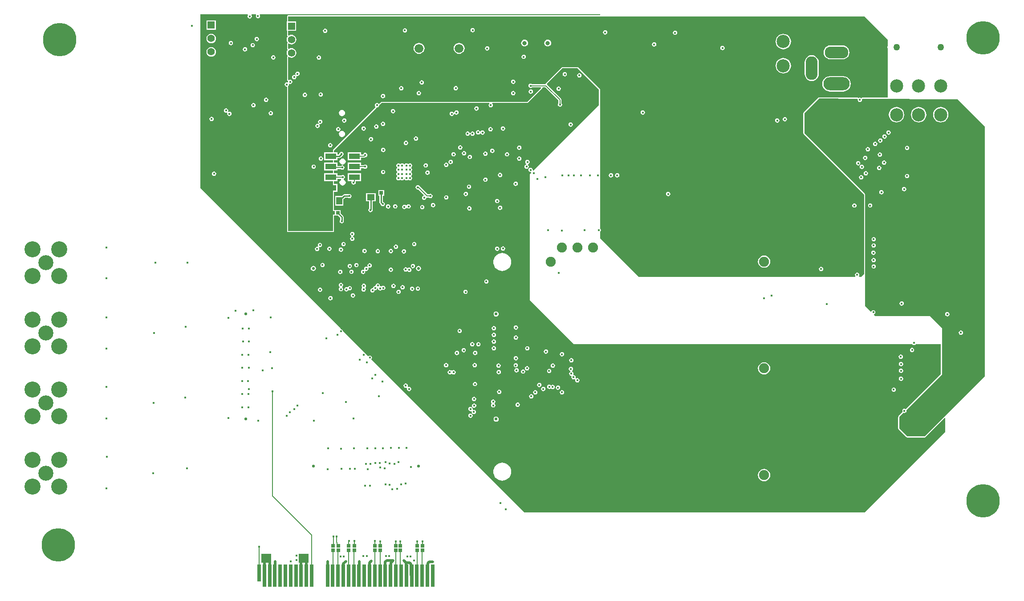
<source format=gbl>
%FSTAX25Y25*%
%MOIN*%
%SFA1B1*%

%IPPOS*%
%ADD10C,0.008000*%
%ADD14C,0.010000*%
%ADD22C,0.005000*%
%ADD53R,0.028000X0.165000*%
%ADD54R,0.028000X0.126000*%
%ADD64R,0.057090X0.045280*%
%ADD66R,0.025200X0.026770*%
%ADD71R,0.045280X0.057090*%
%ADD72R,0.026770X0.025200*%
%ADD76R,0.082870X0.044090*%
%ADD140C,0.120000*%
%ADD147C,0.020000*%
%ADD152C,0.250000*%
%ADD153C,0.031500*%
%ADD154C,0.065980*%
%ADD155C,0.075000*%
%ADD156C,0.098430*%
%ADD157O,0.196850X0.098430*%
%ADD158O,0.177170X0.088580*%
%ADD159O,0.088580X0.177170*%
%ADD160C,0.112000*%
%ADD161C,0.021660*%
%ADD162C,0.055000*%
%ADD163R,0.055000X0.055000*%
%ADD164C,0.050000*%
%ADD165C,0.016000*%
%ADD166C,0.005000*%
%ADD167R,0.073820X0.067910*%
%LNgrandmaster-1*%
%LPD*%
G36*
X1034Y0933816D02*
X08005D01*
X0800188Y0933754*
X0799923Y0933577*
X0799746Y0933312*
X0799684Y0933*
Y092915*
X079945*
Y092205*
X0799684*
Y0918722*
X079971Y0918591*
X0799728Y0918459*
X0799741Y0918436*
X0799746Y091841*
X079982Y0918299*
X0799887Y0918184*
X0799908Y0918167*
X0799923Y0918145*
X0800056Y0917595*
X0799899Y091739*
X0799541Y0916527*
X0799419Y09156*
X0799541Y0914673*
X0799899Y091381*
X0800056Y0913605*
X0799923Y0913055*
X0799908Y0913033*
X0799887Y0913016*
X079982Y0912901*
X0799746Y091279*
X0799741Y0912764*
X0799728Y0912741*
X079971Y0912609*
X0799684Y0912478*
Y0908722*
X079971Y0908591*
X0799728Y0908459*
X0799741Y0908436*
X0799746Y090841*
X079982Y0908299*
X0799887Y0908184*
X0799908Y0908167*
X0799923Y0908145*
X0800056Y0907596*
X0799899Y090739*
X0799541Y0906527*
X0799419Y09056*
X0799541Y0904673*
X0799899Y090381*
X0800056Y0903605*
X0799923Y0903055*
X0799908Y0903033*
X0799887Y0903016*
X079982Y0902901*
X0799746Y0902791*
X0799741Y0902764*
X0799728Y0902741*
X079971Y0902609*
X0799684Y0902478*
Y0885466*
X0799715Y0885313*
X0799745Y0885159*
X0799746Y0885157*
Y0885154*
X0799834Y0885024*
X079992Y0884893*
X0799922Y0884892*
X0799923Y088489*
X0800054Y0884802*
X0800184Y0884715*
X0800486Y0884588*
X0800369Y0884*
X0800383Y0883927*
X0800325Y0883832*
X079995Y0883542*
X07995Y0883631*
X0798876Y0883507*
X0798347Y0883154*
X0797993Y0882624*
X0797869Y0882*
X0797993Y0881376*
X0798347Y0880847*
X0798876Y0880493*
X07995Y0880369*
X0799684Y0880217*
Y07722*
X0799746Y0771888*
X0799923Y0771623*
X0800188Y0771446*
X08005Y0771384*
X0834*
X0834312Y0771446*
X0834577Y0771623*
X0834754Y0771888*
X0834816Y07722*
Y078374*
X0837778*
X0839275Y0782244*
Y0780496*
X0839093Y0780224*
X0838969Y07796*
X0839093Y0778976*
X0839447Y0778446*
X0839976Y0778093*
X08406Y0777969*
X0841224Y0778093*
X0841753Y0778446*
X0842107Y0778976*
X0842231Y07796*
X0842107Y0780224*
X0841926Y0780496*
Y0782793*
X0841825Y07833*
X0841537Y078373*
X0839732Y0785536*
Y078786*
X0834816*
Y0791146*
X083482*
Y0798454*
X0834816*
Y0801673*
X0837444*
Y0807683*
X0834816*
Y0809547*
X0837444*
Y0811329*
X0840059*
X0840159Y081121*
X0840043Y081057*
X0839595Y081027*
X0839087Y0809511*
X0838909Y0808615*
X0839087Y0807719*
X0839595Y080696*
X0840354Y0806452*
X084125Y0806274*
X0842146Y0806452*
X0842905Y080696*
X0843413Y0807719*
X0843591Y0808615*
X0843413Y0809511*
X0842905Y081027*
X084219Y0810748*
X0842179Y0810777*
X0842152Y0810984*
X0842161Y0811285*
X0842554Y0811547*
X0842907Y0812076*
X0843031Y08127*
X0842907Y0813324*
X0842554Y0813853*
X0842024Y0814207*
X08414Y0814331*
X0840776Y0814207*
X0840246Y0813853*
X0840132Y081383*
X084005Y0813776*
X0837444*
Y0815557*
X0834816*
Y0817421*
X0837444*
Y0818577*
X0839951*
X0840376Y0818293*
X0841Y0818169*
X0841624Y0818293*
X0842153Y0818647*
X0842507Y0819176*
X0842631Y08198*
X0842507Y0820424*
X0842153Y0820953*
X0841624Y0821307*
X0841Y0821431*
X0840376Y0821307*
X0839951Y0821023*
X0837444*
Y0823431*
X0834816*
Y0825295*
X0837444*
Y0826974*
X08388*
X0839307Y0827075*
X0839737Y0827363*
X0840703Y0828329*
X0841024Y0828393*
X0841553Y0828747*
X0841907Y0829276*
X0842031Y08299*
X0841907Y0830524*
X0841553Y0831054*
X0841024Y0831407*
X08404Y0831531*
X0839776Y0831407*
X0839246Y0831054*
X0838893Y0830524*
X0838829Y0830204*
X0838251Y0829626*
X0837444*
Y0831305*
X0834816*
Y0832662*
X0866468Y0864314*
X0866491Y0864348*
X0866522Y0864374*
X0866578Y086448*
X0866645Y0864579*
X0866653Y0864619*
X0866672Y0864655*
X0867Y0864869*
X0867624Y0864993*
X0868153Y0865347*
X0868507Y0865876*
X0868595Y0866319*
X0868631Y08665*
X0868845Y0866828*
X0868881Y0866847*
X0868921Y0866855*
X086902Y0866922*
X0869126Y0866978*
X0869152Y086701*
X0869186Y0867032*
X0870338Y0868184*
X0951091*
X0951242Y0867684*
X0951046Y0867554*
X0950693Y0867024*
X0950569Y08664*
X0950693Y0865776*
X0951046Y0865246*
X0951576Y0864893*
X09522Y0864769*
X0952824Y0864893*
X0953354Y0865246*
X0953707Y0865776*
X0953831Y08664*
X0953707Y0867024*
X0953354Y0867554*
X0953158Y0867684*
X095331Y0868184*
X09795*
X0979812Y0868246*
X0980077Y0868423*
X0990391Y0878738*
X0990568Y0879002*
X099063Y0879315*
X0991024Y0879776*
X0992993*
X1002777Y0869993*
Y0867949*
X1002493Y0867524*
X1002369Y08669*
X1002493Y0866276*
X1002847Y0865746*
X1003376Y0865393*
X1004Y0865269*
X1004624Y0865393*
X1005153Y0865746*
X1005507Y0866276*
X1005631Y08669*
X1005507Y0867524*
X1005223Y0867949*
Y08705*
X100513Y0870968*
X1004865Y0871365*
X0994365Y0881865*
X0994282Y0881921*
X0994207Y0882554*
X1005838Y0894184*
X1017162*
X1033184Y0878162*
Y0866684*
X0984052Y0817552*
X0983591Y0817798*
X0983631Y0818*
X0983507Y0818624*
X0983154Y0819153*
X0982624Y0819507*
X0982Y0819631*
X0981376Y0819507*
X0980847Y0819153*
X0980493Y0818624*
X0980369Y0818*
X0980493Y0817376*
X0980847Y0816846*
X0981376Y0816493*
X0982Y0816369*
X0982202Y0816409*
X0982448Y0815948*
X09815Y0815*
Y07205*
X10145Y06875*
X1267744*
X1267846Y0687347*
X1268376Y0686993*
X1269Y0686869*
X1269624Y0686993*
X1270154Y0687347*
X1270256Y06875*
X1289184*
Y0665338*
X1262782Y0638935*
X1262524Y0639107*
X12619Y0639231*
X1261276Y0639107*
X1260746Y0638754*
X1260393Y0638224*
X1260269Y06376*
X1260393Y0636976*
X1260565Y0636718*
X1257423Y0633577*
X1257246Y0633312*
X1257184Y0633*
Y06245*
X1257246Y0624188*
X1257423Y0623923*
X1263423Y0617923*
X1263688Y0617746*
X1264Y0617684*
X1277*
X1277312Y0617746*
X1277577Y0617923*
X1292038Y0632384*
X12925Y0632193*
Y0622*
X1232Y05615*
X09775*
X0862845Y0676156*
X0862854Y0676247*
X0863207Y0676776*
X0863331Y06774*
X0863207Y0678024*
X0862854Y0678553*
X0862324Y0678907*
X08617Y0679031*
X0861076Y0678907*
X0860546Y0678553*
X0860456Y0678545*
X0841565Y0697435*
X0841507Y0697724*
X0841154Y0698253*
X0840624Y0698607*
X0840335Y0698665*
X07346Y08044*
Y09345*
X0770233*
X0770444Y0934*
X0770193Y0933624*
X0770069Y0933*
X0770193Y0932376*
X0770546Y0931847*
X0771076Y0931493*
X07717Y0931369*
X0772324Y0931493*
X0772854Y0931847*
X0773207Y0932376*
X0773331Y0933*
X0773207Y0933624*
X0772956Y0934*
X0773167Y09345*
X077631*
X0776577Y0934*
X0776393Y0933724*
X0776269Y09331*
X0776393Y0932476*
X0776747Y0931946*
X0777276Y0931593*
X07779Y0931469*
X0778524Y0931593*
X0779053Y0931946*
X0779407Y0932476*
X0779531Y09331*
X0779407Y0933724*
X0779223Y0934*
X077949Y09345*
X1034*
Y0933816*
G37*
G36*
X12495Y09155D02*
Y0911529D01*
X1249356Y0911055*
X1249227Y090974*
X1249356Y0908426*
X12495Y0907951*
Y0872421*
X1249146Y0872069*
X123042Y0872159*
X1230351Y0872146*
X123028Y0872148*
X1230196Y0872116*
X1230108Y0872099*
X1230049Y0872059*
X1229982Y0872034*
X1229917Y0871972*
X1229842Y0871923*
X1229803Y0871864*
X1229751Y0871815*
X1229642Y0871661*
X1229124Y0872007*
X12285Y0872131*
X1227876Y0872007*
X1227686Y087188*
X1227176Y0871936*
X1227103Y0871985*
X1227041Y0872046*
X1226972Y0872073*
X1226912Y0872114*
X1226826Y0872131*
X1226745Y0872164*
X1226672Y0872163*
X12266Y0872178*
X1198004Y0872316*
X1198002Y0872315*
X1198Y0872316*
X1197845Y0872285*
X1197692Y0872255*
X119769Y0872254*
X1197688*
X1197558Y0872167*
X1197426Y087208*
X1197425Y0872078*
X1197423Y0872077*
X1186423Y0861077*
X1186246Y0860812*
X1186184Y08605*
Y08455*
X1186246Y0845188*
X1186423Y0844923*
X1231684Y0799662*
Y0740184*
X12295Y0738*
X1227966*
X1227756Y07385*
X1228007Y0738876*
X1228131Y07395*
X1228007Y0740124*
X1227654Y0740654*
X1227124Y0741007*
X12265Y0741131*
X1225876Y0741007*
X1225346Y0740654*
X1224993Y0740124*
X1224869Y07395*
X1224993Y0738876*
X1225244Y07385*
X1225033Y0738*
X1063*
X1034Y0767*
Y0771644*
X1034153Y0771746*
X1034507Y0772276*
X1034631Y07729*
X1034507Y0773524*
X1034153Y0774053*
X1034Y0774156*
Y0813742*
X1034031Y08139*
X1034Y0814058*
Y08785*
X10175Y0895*
X10055*
X0992723Y0882224*
X0983049*
X0982624Y0882507*
X0982Y0882631*
X0981376Y0882507*
X0980847Y0882154*
X0980493Y0881624*
X0980369Y0881*
X0980493Y0880376*
X0980847Y0879846*
X0981376Y0879493*
X0982Y0879369*
X0982624Y0879493*
X0983049Y0879776*
X0989623*
X0989815Y0879315*
X09795Y0869*
X087*
X0868609Y0867609*
X0868153Y0867653*
X0867624Y0868007*
X0867Y0868131*
X0866376Y0868007*
X0865847Y0867653*
X0865493Y0867124*
X0865369Y08665*
X0865493Y0865876*
X0865847Y0865347*
X0865891Y0864891*
X0834Y0833*
Y0831305*
X0827556*
Y0825295*
X0834*
Y0823431*
X0827556*
Y0817421*
X0834*
Y0815557*
X0827556*
Y0809547*
X0834*
Y07722*
X08005*
Y0880744*
X0800653Y0880847*
X0801007Y0881376*
X0801131Y0882*
X0801117Y0882073*
X0801175Y0882168*
X080155Y0882458*
X0802Y0882369*
X0802624Y0882493*
X0803154Y0882847*
X0803507Y0883376*
X0803631Y0884*
X0803507Y0884624*
X0803154Y0885153*
X0802624Y0885507*
X0802Y0885631*
X0801376Y0885507*
X0801Y0885256*
X08005Y0885466*
Y0902478*
X0800948Y0902699*
X080121Y0902499*
X0802073Y0902141*
X0803Y0902019*
X0803927Y0902141*
X080479Y0902499*
X0805532Y0903068*
X0806101Y090381*
X0806459Y0904673*
X0806581Y09056*
X0806459Y0906527*
X0806101Y090739*
X0805532Y0908132*
X080479Y0908701*
X0803927Y0909059*
X0803Y0909181*
X0802073Y0909059*
X080121Y0908701*
X0800948Y09085*
X08005Y0908722*
Y0912478*
X0800948Y09127*
X080121Y0912499*
X0802073Y0912141*
X0803Y0912019*
X0803927Y0912141*
X080479Y0912499*
X0805532Y0913068*
X0806101Y091381*
X0806459Y0914673*
X0806581Y09156*
X0806459Y0916527*
X0806101Y091739*
X0805532Y0918132*
X080479Y0918701*
X0803927Y0919059*
X0803Y0919181*
X0802073Y0919059*
X080121Y0918701*
X0800948Y0918501*
X08005Y0918722*
Y092205*
X080655*
Y092915*
X08005*
Y0933*
X1232*
X12495Y09155*
G37*
G36*
X1226596Y0871362D02*
X122694Y087086D01*
X1226869Y08705*
X1226993Y0869876*
X1227347Y0869347*
X1227876Y0868993*
X12285Y0868869*
X1229124Y0868993*
X1229653Y0869347*
X1230007Y0869876*
X1230131Y08705*
X1230063Y0870845*
X1230416Y0871343*
X13015Y0871*
X1322Y08505*
Y06635*
X1277Y06185*
X1264*
X1258Y06245*
Y0633*
X1261166Y0636166*
X1261276Y0636093*
X12619Y0635969*
X1262524Y0636093*
X1263054Y0636447*
X1263407Y0636976*
X1263531Y06376*
X1263407Y0638224*
X1263334Y0638334*
X129Y0665*
Y06995*
X1281Y07085*
X124*
X1239001Y0709499*
X1239146Y0709977*
X1239224Y0709993*
X1239754Y0710347*
X1240107Y0710876*
X1240231Y07115*
X1240107Y0712124*
X1239754Y0712653*
X1239224Y0713007*
X12386Y0713131*
X1237976Y0713007*
X1237446Y0712653*
X1237093Y0712124*
X1237077Y0712046*
X1236599Y0711901*
X12325Y0716*
Y08*
X1187Y08455*
Y08605*
X1198Y08715*
X1226596Y0871362*
G37*
%LNgrandmaster-2*%
%LPC*%
G36*
X074645Y092995D02*
X073935D01*
Y092285*
X074645*
Y092995*
G37*
G36*
X0777Y0917631D02*
X0776376Y0917507D01*
X0775846Y0917153*
X0775493Y0916624*
X0775369Y0916*
X0775493Y0915376*
X0775846Y0914847*
X0776376Y0914493*
X0777Y0914369*
X0777624Y0914493*
X0778154Y0914847*
X0778507Y0915376*
X0778631Y0916*
X0778507Y0916624*
X0778154Y0917153*
X0777624Y0917507*
X0777Y0917631*
G37*
G36*
X07429Y0919981D02*
X0741973Y0919859D01*
X074111Y0919501*
X0740368Y0918932*
X0739799Y091819*
X0739441Y0917327*
X0739319Y09164*
X0739441Y0915473*
X0739799Y091461*
X0740368Y0913868*
X074111Y0913299*
X0741973Y0912941*
X07429Y0912819*
X0743827Y0912941*
X074469Y0913299*
X0745432Y0913868*
X0746001Y091461*
X0746359Y0915473*
X0746481Y09164*
X0746359Y0917327*
X0746001Y091819*
X0745432Y0918932*
X074469Y0919501*
X0743827Y0919859*
X07429Y0919981*
G37*
G36*
X07576Y0914531D02*
X0756976Y0914407D01*
X0756447Y0914054*
X0756093Y0913524*
X0755969Y09129*
X0756093Y0912276*
X0756447Y0911747*
X0756976Y0911393*
X07576Y0911269*
X0758224Y0911393*
X0758753Y0911747*
X0759107Y0912276*
X0759231Y09129*
X0759107Y0913524*
X0758753Y0914054*
X0758224Y0914407*
X07576Y0914531*
G37*
G36*
X0774Y0913031D02*
X0773376Y0912907D01*
X0772847Y0912554*
X0772493Y0912024*
X0772369Y09114*
X0772493Y0910776*
X0772847Y0910246*
X0773376Y0909893*
X0774Y0909769*
X0774624Y0909893*
X0775153Y0910246*
X0775507Y0910776*
X0775631Y09114*
X0775507Y0912024*
X0775153Y0912554*
X0774624Y0912907*
X0774Y0913031*
G37*
G36*
X07682Y0909931D02*
X0767576Y0909807D01*
X0767046Y0909453*
X0766693Y0908924*
X0766569Y09083*
X0766693Y0907676*
X0767046Y0907146*
X0767576Y0906793*
X07682Y0906669*
X0768824Y0906793*
X0769353Y0907146*
X0769707Y0907676*
X0769831Y09083*
X0769707Y0908924*
X0769353Y0909453*
X0768824Y0909807*
X07682Y0909931*
G37*
G36*
X07429Y0909981D02*
X0741973Y0909859D01*
X074111Y0909501*
X0740368Y0908932*
X0739799Y090819*
X0739441Y0907327*
X0739319Y09064*
X0739441Y0905473*
X0739799Y090461*
X0740368Y0903868*
X074111Y0903299*
X0741973Y0902941*
X07429Y0902819*
X0743827Y0902941*
X074469Y0903299*
X0745432Y0903868*
X0746001Y090461*
X0746359Y0905473*
X0746481Y09064*
X0746359Y0907327*
X0746001Y090819*
X0745432Y0908932*
X074469Y0909501*
X0743827Y0909859*
X07429Y0909981*
G37*
G36*
X07894Y0903831D02*
X0788776Y0903707D01*
X0788246Y0903354*
X0787893Y0902824*
X0787769Y09022*
X0787893Y0901576*
X0788246Y0901046*
X0788776Y0900693*
X07894Y0900569*
X0790024Y0900693*
X0790554Y0901046*
X0790907Y0901576*
X0791031Y09022*
X0790907Y0902824*
X0790554Y0903354*
X0790024Y0903707*
X07894Y0903831*
G37*
G36*
X10076Y0891231D02*
X1006976Y0891107D01*
X1006446Y0890753*
X1006093Y0890224*
X1005969Y08896*
X1006093Y0888976*
X1006446Y0888447*
X1006976Y0888093*
X10076Y0887969*
X1008224Y0888093*
X1008753Y0888447*
X1009107Y0888976*
X1009231Y08896*
X1009107Y0890224*
X1008753Y0890753*
X1008224Y0891107*
X10076Y0891231*
G37*
G36*
X10185Y0890431D02*
X1017876Y0890307D01*
X1017346Y0889954*
X1016993Y0889424*
X1016869Y08888*
X1016993Y0888176*
X1017346Y0887646*
X1017876Y0887293*
X10185Y0887169*
X1019124Y0887293*
X1019654Y0887646*
X1020007Y0888176*
X1020131Y08888*
X1020007Y0889424*
X1019654Y0889954*
X1019124Y0890307*
X10185Y0890431*
G37*
G36*
X1003Y0880431D02*
X1002376Y0880307D01*
X1001847Y0879953*
X1001493Y0879424*
X1001369Y08788*
X1001493Y0878176*
X1001847Y0877647*
X1002376Y0877293*
X1003Y0877169*
X1003624Y0877293*
X1004154Y0877647*
X1004507Y0878176*
X1004631Y08788*
X1004507Y0879424*
X1004154Y0879953*
X1003624Y0880307*
X1003Y0880431*
G37*
G36*
X0784Y0872131D02*
X0783376Y0872007D01*
X0782846Y0871653*
X0782493Y0871124*
X0782369Y08705*
X0782493Y0869876*
X0782846Y0869347*
X0783376Y0868993*
X0784Y0868869*
X0784624Y0868993*
X0785153Y0869347*
X0785507Y0869876*
X0785631Y08705*
X0785507Y0871124*
X0785153Y0871653*
X0784624Y0872007*
X0784Y0872131*
G37*
G36*
X07745Y0868131D02*
X0773876Y0868007D01*
X0773347Y0867653*
X0772993Y0867124*
X0772869Y08665*
X0772993Y0865876*
X0773347Y0865347*
X0773876Y0864993*
X07745Y0864869*
X0775124Y0864993*
X0775654Y0865347*
X0776007Y0865876*
X0776131Y08665*
X0776007Y0867124*
X0775654Y0867653*
X0775124Y0868007*
X07745Y0868131*
G37*
G36*
X09415Y0865631D02*
X0940876Y0865507D01*
X0940347Y0865154*
X0939993Y0864624*
X0939869Y0864*
X0939993Y0863376*
X0940347Y0862846*
X0940876Y0862493*
X09415Y0862369*
X0942124Y0862493*
X0942653Y0862846*
X0943007Y0863376*
X0943131Y0864*
X0943007Y0864624*
X0942653Y0865154*
X0942124Y0865507*
X09415Y0865631*
G37*
G36*
X09265Y0862631D02*
X0925876Y0862507D01*
X0925346Y0862154*
X0924993Y0861624*
X0924869Y0861*
X0924873Y0860976*
X0924402Y0860781*
X0924154Y0861154*
X0923624Y0861507*
X0923Y0861631*
X0922376Y0861507*
X0921846Y0861154*
X0921493Y0860624*
X0921369Y086*
X0921493Y0859376*
X0921846Y0858846*
X0922376Y0858493*
X0923Y0858369*
X0923624Y0858493*
X0924154Y0858846*
X0924507Y0859376*
X0924631Y086*
X0924627Y0860024*
X0925098Y0860219*
X0925346Y0859846*
X0925876Y0859493*
X09265Y0859369*
X0927124Y0859493*
X0927654Y0859846*
X0928007Y0860376*
X0928131Y0861*
X0928007Y0861624*
X0927654Y0862154*
X0927124Y0862507*
X09265Y0862631*
G37*
G36*
X0879Y0863631D02*
X0878376Y0863507D01*
X0877847Y0863153*
X0877493Y0862624*
X0877369Y0862*
X0877493Y0861376*
X0877847Y0860847*
X0878376Y0860493*
X0879Y0860369*
X0879624Y0860493*
X0880153Y0860847*
X0880507Y0861376*
X0880631Y0862*
X0880507Y0862624*
X0880153Y0863153*
X0879624Y0863507*
X0879Y0863631*
G37*
G36*
X07875Y0862131D02*
X0786876Y0862007D01*
X0786346Y0861654*
X0785993Y0861124*
X0785869Y08605*
X0785993Y0859876*
X0786346Y0859346*
X0786876Y0858993*
X07875Y0858869*
X0788124Y0858993*
X0788654Y0859346*
X0789007Y0859876*
X0789131Y08605*
X0789007Y0861124*
X0788654Y0861654*
X0788124Y0862007*
X07875Y0862131*
G37*
G36*
X0754Y0864131D02*
X0753376Y0864007D01*
X0752846Y0863653*
X0752493Y0863124*
X0752369Y08625*
X0752493Y0861876*
X0752846Y0861347*
X0753376Y0860993*
X0754Y0860869*
X0754624Y0860993*
X0754649Y0861009*
X0755009Y0860649*
X0754993Y0860624*
X0754869Y086*
X0754993Y0859376*
X0755346Y0858846*
X0755876Y0858493*
X07565Y0858369*
X0757124Y0858493*
X0757654Y0858846*
X0758007Y0859376*
X0758131Y086*
X0758007Y0860624*
X0757654Y0861154*
X0757124Y0861507*
X07565Y0861631*
X0755876Y0861507*
X0755851Y0861491*
X0755491Y0861851*
X0755507Y0861876*
X0755631Y08625*
X0755507Y0863124*
X0755154Y0863653*
X0754624Y0864007*
X0754Y0864131*
G37*
G36*
X07431Y0857731D02*
X0742476Y0857607D01*
X0741947Y0857253*
X0741593Y0856724*
X0741469Y08561*
X0741593Y0855476*
X0741947Y0854947*
X0742476Y0854593*
X07431Y0854469*
X0743724Y0854593*
X0744253Y0854947*
X0744607Y0855476*
X0744731Y08561*
X0744607Y0856724*
X0744253Y0857253*
X0743724Y0857607*
X07431Y0857731*
G37*
G36*
X08715Y0854131D02*
X0870876Y0854007D01*
X0870347Y0853654*
X0869993Y0853124*
X0869869Y08525*
X0869993Y0851876*
X0870347Y0851346*
X0870876Y0850993*
X08715Y0850869*
X0872124Y0850993*
X0872653Y0851346*
X0873007Y0851876*
X0873131Y08525*
X0873007Y0853124*
X0872653Y0853654*
X0872124Y0854007*
X08715Y0854131*
G37*
G36*
X1012Y0853631D02*
X1011376Y0853507D01*
X1010847Y0853154*
X1010493Y0852624*
X1010369Y0852*
X1010493Y0851376*
X1010847Y0850846*
X1011376Y0850493*
X1012Y0850369*
X1012624Y0850493*
X1013153Y0850846*
X1013507Y0851376*
X1013631Y0852*
X1013507Y0852624*
X1013153Y0853154*
X1012624Y0853507*
X1012Y0853631*
G37*
G36*
X08665Y0852131D02*
X0865876Y0852007D01*
X0865347Y0851653*
X0864993Y0851124*
X0864869Y08505*
X0864993Y0849876*
X0865347Y0849347*
X0865876Y0848993*
X08665Y0848869*
X0867124Y0848993*
X0867653Y0849347*
X0868007Y0849876*
X0868131Y08505*
X0868007Y0851124*
X0867653Y0851653*
X0867124Y0852007*
X08665Y0852131*
G37*
G36*
X09613Y0850631D02*
X0960676Y0850507D01*
X0960147Y0850154*
X0959793Y0849624*
X0959669Y0849*
X0959793Y0848376*
X0960147Y0847847*
X0960676Y0847493*
X09613Y0847369*
X0961924Y0847493*
X0962453Y0847847*
X0962807Y0848376*
X0962931Y0849*
X0962807Y0849624*
X0962453Y0850154*
X0961924Y0850507*
X09613Y0850631*
G37*
G36*
X0857D02*
X0856376Y0850507D01*
X0855847Y0850154*
X0855493Y0849624*
X0855369Y0849*
X0855493Y0848376*
X0855847Y0847847*
X0856376Y0847493*
X0857Y0847369*
X0857624Y0847493*
X0858154Y0847847*
X0858507Y0848376*
X0858631Y0849*
X0858507Y0849624*
X0858154Y0850154*
X0857624Y0850507*
X0857Y0850631*
G37*
G36*
X0952Y0850131D02*
X0951376Y0850007D01*
X0950846Y0849654*
X0950493Y0849124*
X0950369Y08485*
X0950493Y0847876*
X0950846Y0847346*
X0951376Y0846993*
X0952Y0846869*
X0952624Y0846993*
X0953154Y0847346*
X0953507Y0847876*
X0953631Y08485*
X0953507Y0849124*
X0953154Y0849654*
X0952624Y0850007*
X0952Y0850131*
G37*
G36*
X09427Y0847731D02*
X0942076Y0847607D01*
X0941547Y0847254*
X0941193Y0846724*
X0941069Y08461*
X0941193Y0845476*
X0941547Y0844946*
X0942076Y0844593*
X09427Y0844469*
X0943324Y0844593*
X0943853Y0844946*
X0944039Y0845224*
X0944077Y0845237*
X0944617Y0845189*
X0944847Y0844847*
X0945376Y0844493*
X0946Y0844369*
X0946624Y0844493*
X0947153Y0844847*
X0947507Y0845376*
X0947631Y0846*
X0947507Y0846624*
X0947153Y0847153*
X0946624Y0847507*
X0946Y0847631*
X0945376Y0847507*
X0944847Y0847153*
X0944661Y0846876*
X0944623Y0846863*
X0944083Y084691*
X0943853Y0847254*
X0943324Y0847607*
X09427Y0847731*
G37*
G36*
X09349Y0846831D02*
X0934276Y0846707D01*
X0933747Y0846354*
X0933393Y0845824*
X0933269Y08452*
X0933393Y0844576*
X0933747Y0844046*
X0934276Y0843693*
X09349Y0843569*
X0935524Y0843693*
X0936053Y0844046*
X0936407Y0844576*
X0936435Y0844716*
X0936945*
X0936993Y0844476*
X0937346Y0843946*
X0937876Y0843593*
X09385Y0843469*
X0939124Y0843593*
X0939653Y0843946*
X0940007Y0844476*
X0940131Y08451*
X0940007Y0845724*
X0939653Y0846253*
X0939124Y0846607*
X09385Y0846731*
X0937876Y0846607*
X0937346Y0846253*
X0936993Y0845724*
X0936965Y0845584*
X0936455*
X0936407Y0845824*
X0936053Y0846354*
X0935524Y0846707*
X09349Y0846831*
G37*
G36*
X08961Y0843131D02*
X0895476Y0843007D01*
X0894946Y0842653*
X0894593Y0842124*
X0894469Y08415*
X0894593Y0840876*
X0894946Y0840347*
X0895476Y0839993*
X08961Y0839869*
X0896724Y0839993*
X0897254Y0840347*
X0897607Y0840876*
X0897731Y08415*
X0897607Y0842124*
X0897254Y0842653*
X0896724Y0843007*
X08961Y0843131*
G37*
G36*
X08625Y0842631D02*
X0861876Y0842507D01*
X0861347Y0842153*
X0860993Y0841624*
X0860869Y0841*
X0860993Y0840376*
X0861347Y0839847*
X0861876Y0839493*
X08625Y0839369*
X0863124Y0839493*
X0863653Y0839847*
X0864007Y0840376*
X0864131Y0841*
X0864007Y0841624*
X0863653Y0842153*
X0863124Y0842507*
X08625Y0842631*
G37*
G36*
X08887Y0839831D02*
X0888076Y0839707D01*
X0887547Y0839353*
X0887193Y0838824*
X0887069Y08382*
X0887193Y0837576*
X0887547Y0837047*
X0888076Y0836693*
X08887Y0836569*
X0889324Y0836693*
X0889853Y0837047*
X0890207Y0837576*
X0890331Y08382*
X0890207Y0838824*
X0889853Y0839353*
X0889324Y0839707*
X08887Y0839831*
G37*
G36*
X09293Y0836431D02*
X0928676Y0836307D01*
X0928146Y0835954*
X0927793Y0835424*
X0927669Y08348*
X0927793Y0834176*
X0928146Y0833646*
X0928676Y0833293*
X09293Y0833169*
X0929924Y0833293*
X0930453Y0833646*
X0930807Y0834176*
X0930931Y08348*
X0930807Y0835424*
X0930453Y0835954*
X0929924Y0836307*
X09293Y0836431*
G37*
G36*
X09735Y0836231D02*
X0972876Y0836107D01*
X0972346Y0835754*
X0971993Y0835224*
X0971869Y08346*
X0971993Y0833976*
X0972346Y0833447*
X0972876Y0833093*
X09735Y0832969*
X0974124Y0833093*
X0974654Y0833447*
X0975007Y0833976*
X0975131Y08346*
X0975007Y0835224*
X0974654Y0835754*
X0974124Y0836107*
X09735Y0836231*
G37*
G36*
X08717Y0834531D02*
X0871076Y0834407D01*
X0870547Y0834054*
X0870193Y0833524*
X0870069Y08329*
X0870193Y0832276*
X0870547Y0831746*
X0871076Y0831393*
X08717Y0831269*
X0872324Y0831393*
X0872853Y0831746*
X0873207Y0832276*
X0873331Y08329*
X0873207Y0833524*
X0872853Y0834054*
X0872324Y0834407*
X08717Y0834531*
G37*
G36*
X0953302Y0833929D02*
X0952678Y0833805D01*
X0952149Y0833451*
X0951795Y0832922*
X0951671Y0832298*
X0951795Y0831674*
X0952149Y0831144*
X0952678Y0830791*
X0953302Y0830666*
X0953926Y0830791*
X0954456Y0831144*
X0954809Y0831674*
X0954934Y0832298*
X0954809Y0832922*
X0954456Y0833451*
X0953926Y0833805*
X0953302Y0833929*
G37*
G36*
X09321Y0832131D02*
X0931476Y0832007D01*
X0930947Y0831653*
X0930593Y0831124*
X0930469Y08305*
X0930593Y0829876*
X0930947Y0829346*
X0931476Y0828993*
X09321Y0828869*
X0932724Y0828993*
X0933253Y0829346*
X0933607Y0829876*
X0933731Y08305*
X0933607Y0831124*
X0933253Y0831653*
X0932724Y0832007*
X09321Y0832131*
G37*
G36*
X09482Y0831731D02*
X0947576Y0831607D01*
X0947046Y0831254*
X0946693Y0830724*
X0946569Y08301*
X0946693Y0829476*
X0947046Y0828946*
X0947576Y0828593*
X09482Y0828469*
X0948824Y0828593*
X0949354Y0828946*
X0949707Y0829476*
X0949831Y08301*
X0949707Y0830724*
X0949354Y0831254*
X0948824Y0831607*
X09482Y0831731*
G37*
G36*
X09644Y0831331D02*
X0963776Y0831207D01*
X0963247Y0830853*
X0962893Y0830324*
X0962769Y08297*
X0962893Y0829076*
X0963247Y0828547*
X0963776Y0828193*
X09644Y0828069*
X0965024Y0828193*
X0965553Y0828547*
X0965907Y0829076*
X0966031Y08297*
X0965907Y0830324*
X0965553Y0830853*
X0965024Y0831207*
X09644Y0831331*
G37*
G36*
X09243D02*
X0923676Y0831207D01*
X0923147Y0830853*
X0922793Y0830324*
X0922669Y08297*
X0922793Y0829076*
X0923147Y0828547*
X0923676Y0828193*
X09243Y0828069*
X0924924Y0828193*
X0925453Y0828547*
X0925807Y0829076*
X0925931Y08297*
X0925807Y0830324*
X0925453Y0830853*
X0924924Y0831207*
X09243Y0831331*
G37*
G36*
X09365Y0829331D02*
X0935876Y0829207D01*
X0935347Y0828854*
X0934993Y0828324*
X0934869Y08277*
X0934993Y0827076*
X0935347Y0826546*
X0935876Y0826193*
X09365Y0826069*
X0937124Y0826193*
X0937654Y0826546*
X0938007Y0827076*
X0938131Y08277*
X0938007Y0828324*
X0937654Y0828854*
X0937124Y0829207*
X09365Y0829331*
G37*
G36*
X0854944Y0831305D02*
X0845056D01*
Y0825295*
X0854944*
Y0827077*
X08574*
X0857868Y082717*
X0858265Y0827435*
X0858473Y0827643*
X0858724Y0827693*
X0859254Y0828047*
X0859607Y0828576*
X0859731Y08292*
X0859607Y0829824*
X0859254Y0830354*
X0858724Y0830707*
X08581Y0830831*
X0857476Y0830707*
X0856946Y0830354*
X0856593Y0829824*
X0856533Y0829523*
X0854944*
Y0831305*
G37*
G36*
X09735Y0828131D02*
X0972876Y0828007D01*
X0972346Y0827654*
X0971993Y0827124*
X0971869Y08265*
X0971993Y0825876*
X0972346Y0825346*
X0972876Y0824993*
X09735Y0824869*
X0974124Y0824993*
X0974654Y0825346*
X0975007Y0825876*
X0975131Y08265*
X0975007Y0827124*
X0974654Y0827654*
X0974124Y0828007*
X09735Y0828131*
G37*
G36*
X0891732Y0822891D02*
X0891108Y0822767D01*
X0890684Y0822484*
X0890354Y0822442*
X0890024Y0822484*
X0889601Y0822767*
X0888976Y0822891*
X0888352Y0822767*
X0887823Y0822413*
X0887702Y0822233*
X0887101*
X088698Y0822413*
X0886451Y0822767*
X0885827Y0822891*
X0885203Y0822767*
X0884779Y0822484*
X0884449Y0822442*
X0884119Y0822484*
X0883695Y0822767*
X0883071Y0822891*
X0882447Y0822767*
X0881917Y0822413*
X0881564Y0821884*
X0881439Y082126*
X0881564Y0820636*
X0881917Y0820106*
X0882098Y0819986*
Y0819384*
X0881917Y0819264*
X0881564Y0818734*
X0881439Y081811*
X0881564Y0817486*
X0881917Y0816957*
X0882098Y0816836*
Y0816235*
X0881917Y0816114*
X0881564Y0815585*
X0881439Y0814961*
X0881564Y0814336*
X0881917Y0813807*
X0882098Y0813686*
Y0813085*
X0881917Y0812965*
X0881564Y0812435*
X0881439Y0811811*
X0881564Y0811187*
X0881917Y0810658*
X0882447Y0810304*
X0883071Y081018*
X0883695Y0810304*
X0884119Y0810587*
X0884449Y0810629*
X0884779Y0810587*
X0885203Y0810304*
X0885827Y081018*
X0886451Y0810304*
X088698Y0810658*
X0887101Y0810838*
X0887702*
X0887823Y0810658*
X0888352Y0810304*
X0888976Y081018*
X0889601Y0810304*
X0890024Y0810587*
X0890354Y0810629*
X0890684Y0810587*
X0891108Y0810304*
X0891732Y081018*
X0892357Y0810304*
X0892886Y0810658*
X0893239Y0811187*
X0893364Y0811811*
X0893239Y0812435*
X0892886Y0812965*
X0892705Y0813085*
Y0813686*
X0892886Y0813807*
X0893239Y0814336*
X0893364Y0814961*
X0893239Y0815585*
X0892886Y0816114*
X0892705Y0816235*
Y0816836*
X0892886Y0816957*
X0893239Y0817486*
X0893364Y081811*
X0893239Y0818734*
X0892886Y0819264*
X0892705Y0819384*
Y0819986*
X0892886Y0820106*
X0893239Y0820636*
X0893364Y082126*
X0893239Y0821884*
X0892886Y0822413*
X0892357Y0822767*
X0891732Y0822891*
G37*
G36*
X09221Y0825531D02*
X0921476Y0825407D01*
X0920947Y0825054*
X0920593Y0824524*
X0920469Y08239*
X0920593Y0823276*
X0920947Y0822746*
X0921476Y0822393*
X09221Y0822269*
X0922724Y0822393*
X0923254Y0822746*
X0923607Y0823276*
X0923731Y08239*
X0923607Y0824524*
X0923254Y0825054*
X0922724Y0825407*
X09221Y0825531*
G37*
G36*
X084125Y0826704D02*
X0840354Y0826526D01*
X0839595Y0826018*
X0839087Y0825259*
X0838909Y0824363*
X0839087Y0823467*
X0839595Y0822708*
X0840354Y08222*
X084125Y0822022*
X0842146Y08222*
X0842905Y0822708*
X0843413Y0823467*
X0843591Y0824363*
X0843413Y0825259*
X0842905Y0826018*
X0842146Y0826526*
X084125Y0826704*
G37*
G36*
X09188Y0823431D02*
X0918176Y0823307D01*
X0917647Y0822954*
X0917293Y0822424*
X0917169Y08218*
X0917293Y0821176*
X0917647Y0820646*
X0918176Y0820293*
X09188Y0820169*
X0919424Y0820293*
X0919954Y0820646*
X0920307Y0821176*
X0920431Y08218*
X0920307Y0822424*
X0919954Y0822954*
X0919424Y0823307*
X09188Y0823431*
G37*
G36*
X0903536Y0822996D02*
X0902911Y0822871D01*
X0902382Y0822518*
X0902029Y0821988*
X0901904Y0821364*
X0902029Y082074*
X0902382Y0820211*
X0902911Y0819857*
X0903536Y0819733*
X090416Y0819857*
X0904689Y0820211*
X0905043Y082074*
X0905167Y0821364*
X0905043Y0821988*
X0904689Y0822518*
X090416Y0822871*
X0903536Y0822996*
G37*
G36*
X09797Y0825531D02*
X0979076Y0825407D01*
X0978547Y0825054*
X0978193Y0824524*
X0978069Y08239*
X0978193Y0823276*
X0978547Y0822746*
X0978772Y0822596*
X0978666Y0822065*
X0978376Y0822007*
X0977847Y0821653*
X0977493Y0821124*
X0977369Y08205*
X0977493Y0819876*
X0977847Y0819347*
X0978376Y0818993*
X0979Y0818869*
X0979624Y0818993*
X0980153Y0819347*
X0980507Y0819876*
X0980631Y08205*
X0980507Y0821124*
X0980153Y0821653*
X0979928Y0821804*
X0980034Y0822335*
X0980324Y0822393*
X0980853Y0822746*
X0981207Y0823276*
X0981331Y08239*
X0981207Y0824524*
X0980853Y0825054*
X0980324Y0825407*
X09797Y0825531*
G37*
G36*
X0854944Y0823431D02*
X0845056D01*
Y0817421*
X0854944*
Y0819203*
X0857112*
X0857576Y0818893*
X08582Y0818769*
X0858824Y0818893*
X0859354Y0819246*
X0859707Y0819776*
X0859831Y08204*
X0859707Y0821024*
X0859354Y0821554*
X0858824Y0821907*
X08582Y0822031*
X0857576Y0821907*
X085719Y0821649*
X0854944*
Y0823431*
G37*
G36*
X08716Y0818031D02*
X0870976Y0817907D01*
X0870446Y0817554*
X0870093Y0817024*
X0869969Y08164*
X0870093Y0815776*
X0870446Y0815246*
X0870976Y0814893*
X08716Y0814769*
X0872224Y0814893*
X0872754Y0815246*
X0873107Y0815776*
X0873231Y08164*
X0873107Y0817024*
X0872754Y0817554*
X0872224Y0817907*
X08716Y0818031*
G37*
G36*
X09048Y0817531D02*
X0904176Y0817407D01*
X0903646Y0817054*
X0903293Y0816524*
X0903169Y08159*
X0903293Y0815276*
X0903646Y0814746*
X0904176Y0814393*
X09048Y0814269*
X0905424Y0814393*
X0905954Y0814746*
X0906307Y0815276*
X0906431Y08159*
X0906307Y0816524*
X0905954Y0817054*
X0905424Y0817407*
X09048Y0817531*
G37*
G36*
X0745Y0816731D02*
X0744376Y0816607D01*
X0743847Y0816253*
X0743493Y0815724*
X0743369Y08151*
X0743493Y0814476*
X0743847Y0813947*
X0744376Y0813593*
X0745Y0813469*
X0745624Y0813593*
X0746153Y0813947*
X0746507Y0814476*
X0746631Y08151*
X0746507Y0815724*
X0746153Y0816253*
X0745624Y0816607*
X0745Y0816731*
G37*
G36*
X09592Y0815831D02*
X0958576Y0815707D01*
X0958047Y0815353*
X0957693Y0814824*
X0957569Y08142*
X0957693Y0813576*
X0958047Y0813046*
X0958576Y0812693*
X09592Y0812569*
X0959824Y0812693*
X0960353Y0813046*
X0960707Y0813576*
X0960831Y08142*
X0960707Y0814824*
X0960353Y0815353*
X0959824Y0815707*
X09592Y0815831*
G37*
G36*
X09482Y0812331D02*
X0947576Y0812207D01*
X0947046Y0811854*
X0946693Y0811324*
X0946569Y08107*
X0946693Y0810076*
X0947046Y0809546*
X0947576Y0809193*
X09482Y0809069*
X0948824Y0809193*
X0949354Y0809546*
X0949707Y0810076*
X0949831Y08107*
X0949707Y0811324*
X0949354Y0811854*
X0948824Y0812207*
X09482Y0812331*
G37*
G36*
X0854944Y0815557D02*
X0845056D01*
Y0809547*
X0847653*
X0847958Y0809047*
X0847869Y08086*
X0847993Y0807976*
X0848347Y0807446*
X0848876Y0807093*
X08495Y0806969*
X0850124Y0807093*
X0850653Y0807446*
X0851007Y0807976*
X0851131Y08086*
X0851093Y0808792*
X085113Y0808848*
X0851223Y0809317*
Y0809547*
X0854944*
Y0815557*
G37*
G36*
X09708Y0809231D02*
X0970176Y0809107D01*
X0969646Y0808753*
X0969293Y0808224*
X0969169Y08076*
X0969293Y0806976*
X0969646Y0806446*
X0970176Y0806093*
X09708Y0805969*
X0971424Y0806093*
X0971953Y0806446*
X0972307Y0806976*
X0972431Y08076*
X0972307Y0808224*
X0971953Y0808753*
X0971424Y0809107*
X09708Y0809231*
G37*
G36*
X09359Y0807031D02*
X0935276Y0806907D01*
X0934746Y0806553*
X0934393Y0806024*
X0934269Y08054*
X0934393Y0804776*
X0934746Y0804247*
X0935276Y0803893*
X09359Y0803769*
X0936524Y0803893*
X0937053Y0804247*
X0937407Y0804776*
X0937531Y08054*
X0937407Y0806024*
X0937053Y0806553*
X0936524Y0806907*
X09359Y0807031*
G37*
G36*
X09335Y0801631D02*
X0932876Y0801507D01*
X0932347Y0801153*
X0931993Y0800624*
X0931869Y08*
X0931993Y0799376*
X0932347Y0798846*
X0932876Y0798493*
X09335Y0798369*
X0934124Y0798493*
X0934653Y0798846*
X0935007Y0799376*
X0935131Y08*
X0935007Y0800624*
X0934653Y0801153*
X0934124Y0801507*
X09335Y0801631*
G37*
G36*
X08975Y0806631D02*
X0896876Y0806507D01*
X0896346Y0806153*
X0895993Y0805624*
X0895869Y0805*
X0895993Y0804376*
X0896346Y0803846*
X0896876Y0803493*
X08975Y0803369*
X0897834Y0803435*
X090199Y0799279*
X0901826Y0798737*
X0901676Y0798707*
X0901147Y0798353*
X0900793Y0797824*
X0900669Y07972*
X0900793Y0796576*
X0901147Y0796046*
X0901676Y0795693*
X09023Y0795569*
X0902924Y0795693*
X0903454Y0796046*
X0903807Y0796576*
X0903878Y0796929*
X0903975Y0797208*
X0904421Y0797292*
X09045Y0797276*
X0905951*
X0906376Y0796993*
X0907Y0796869*
X0907624Y0796993*
X0908154Y0797346*
X0908507Y0797876*
X0908631Y07985*
X0908507Y0799124*
X0908154Y0799653*
X0907624Y0800007*
X0907Y0800131*
X0906376Y0800007*
X0905951Y0799723*
X0905007*
X0898865Y0805865*
X0898831Y0805888*
X0898654Y0806153*
X0898124Y0806507*
X08975Y0806631*
G37*
G36*
X08464Y0800031D02*
X0845776Y0799907D01*
X0845504Y0799725*
X0842443*
X0841936Y0799625*
X0841506Y0799337*
X0840649Y079848*
X0840607*
X0840479Y0798454*
X0835779*
Y0791146*
X0841907*
Y0796065*
X0842135Y0796217*
X0842992Y0797075*
X0845504*
X0845776Y0796893*
X08464Y0796769*
X0847024Y0796893*
X0847554Y0797247*
X0847907Y0797776*
X0848031Y07984*
X0847907Y0799024*
X0847554Y0799553*
X0847024Y0799907*
X08464Y0800031*
G37*
G36*
X09188Y0799031D02*
X0918176Y0798907D01*
X0917647Y0798554*
X0917293Y0798024*
X0917169Y07974*
X0917293Y0796776*
X0917647Y0796246*
X0918176Y0795893*
X09188Y0795769*
X0919424Y0795893*
X0919954Y0796246*
X0920307Y0796776*
X0920431Y07974*
X0920307Y0798024*
X0919954Y0798554*
X0919424Y0798907*
X09188Y0799031*
G37*
G36*
X0957Y0796331D02*
X0956376Y0796207D01*
X0955847Y0795854*
X0955493Y0795324*
X0955369Y07947*
X0955493Y0794076*
X0955847Y0793546*
X0956376Y0793193*
X0957Y0793069*
X0957624Y0793193*
X0958154Y0793546*
X0958507Y0794076*
X0958631Y07947*
X0958507Y0795324*
X0958154Y0795854*
X0957624Y0796207*
X0957Y0796331*
G37*
G36*
X08907Y0792331D02*
X0890076Y0792207D01*
X0889546Y0791854*
X0889267Y0791435*
X0888863Y0791368*
X0888696Y079139*
X0888653Y0791454*
X0888124Y0791807*
X08875Y0791931*
X0886876Y0791807*
X0886347Y0791454*
X0885993Y0790924*
X0885869Y07903*
X0885993Y0789676*
X0886347Y0789147*
X0886876Y0788793*
X08875Y0788669*
X0888124Y0788793*
X0888653Y0789147*
X0888933Y0789565*
X0889337Y0789632*
X0889504Y078961*
X0889546Y0789546*
X0890076Y0789193*
X08907Y0789069*
X0891324Y0789193*
X0891854Y0789546*
X0892207Y0790076*
X0892331Y07907*
X0892207Y0791324*
X0891854Y0791854*
X0891324Y0792207*
X08907Y0792331*
G37*
G36*
X087226Y0802846D02*
X086814D01*
Y0798568*
X0868874*
Y07936*
X0868975Y0793093*
X0869263Y0792663*
X0869829Y0792097*
X0869893Y0791776*
X0870247Y0791247*
X0870776Y0790893*
X08714Y0790769*
X0872024Y0790893*
X0872554Y0791247*
X0872907Y0791776*
X0873031Y07924*
X0872907Y0793024*
X0872554Y0793553*
X0872024Y0793907*
X0871704Y0793971*
X0871525Y0794149*
Y0798568*
X087226*
Y0802846*
G37*
G36*
X0909Y0793231D02*
X0908376Y0793107D01*
X0907847Y0792754*
X0907493Y0792224*
X0907369Y07916*
X0907493Y0790976*
X0907847Y0790447*
X0908376Y0790093*
X0909Y0789969*
X0909624Y0790093*
X0910153Y0790447*
X0910507Y0790976*
X0910631Y07916*
X0910507Y0792224*
X0910153Y0792754*
X0909624Y0793107*
X0909Y0793231*
G37*
G36*
X08807Y0792331D02*
X0880076Y0792207D01*
X0879547Y0791854*
X0879193Y0791324*
X0879069Y07907*
X0879193Y0790076*
X0879547Y0789546*
X0880076Y0789193*
X08807Y0789069*
X0881324Y0789193*
X0881853Y0789546*
X0882207Y0790076*
X0882331Y07907*
X0882207Y0791324*
X0881853Y0791854*
X0881324Y0792207*
X08807Y0792331*
G37*
G36*
X08753Y0792231D02*
X0874676Y0792107D01*
X0874146Y0791753*
X0873793Y0791224*
X0873669Y07906*
X0873793Y0789976*
X0874146Y0789446*
X0874676Y0789093*
X08753Y0788969*
X0875924Y0789093*
X0876453Y0789446*
X0876807Y0789976*
X0876931Y07906*
X0876807Y0791224*
X0876453Y0791753*
X0875924Y0792107*
X08753Y0792231*
G37*
G36*
X09009Y0791731D02*
X0900276Y0791607D01*
X0899747Y0791254*
X0899393Y0790724*
X0899269Y07901*
X0899393Y0789476*
X0899747Y0788946*
X0900276Y0788593*
X09009Y0788469*
X0901524Y0788593*
X0902054Y0788946*
X0902407Y0789476*
X0902531Y07901*
X0902407Y0790724*
X0902054Y0791254*
X0901524Y0791607*
X09009Y0791731*
G37*
G36*
X09592Y0791231D02*
X0958576Y0791107D01*
X0958047Y0790754*
X0957693Y0790224*
X0957569Y07896*
X0957693Y0788976*
X0958047Y0788447*
X0958576Y0788093*
X09592Y0787969*
X0959824Y0788093*
X0960353Y0788447*
X0960707Y0788976*
X0960831Y07896*
X0960707Y0790224*
X0960353Y0790754*
X0959824Y0791107*
X09592Y0791231*
G37*
G36*
X09361Y0790831D02*
X0935476Y0790707D01*
X0934947Y0790353*
X0934593Y0789824*
X0934469Y07892*
X0934593Y0788576*
X0934947Y0788047*
X0935476Y0787693*
X09361Y0787569*
X0936724Y0787693*
X0937253Y0788047*
X0937607Y0788576*
X0937731Y07892*
X0937607Y0789824*
X0937253Y0790353*
X0936724Y0790707*
X09361Y0790831*
G37*
G36*
X0865954Y080062D02*
X0858646D01*
Y0794493*
X0860975*
Y0789046*
X0860693Y0788624*
X0860569Y0788*
X0860693Y0787376*
X0861047Y0786846*
X0861576Y0786493*
X08622Y0786369*
X0862824Y0786493*
X0863354Y0786846*
X0863707Y0787376*
X0863831Y0788*
X0863707Y0788624*
X0863626Y0788747*
Y0794493*
X0865954*
Y080062*
G37*
G36*
X08485Y0771631D02*
X0847876Y0771507D01*
X0847346Y0771153*
X0846993Y0770624*
X0846869Y077*
X0846993Y0769376*
X0847346Y0768847*
X0847848Y0768511*
X0847876Y0768298*
Y0768202*
X0847848Y0767989*
X0847346Y0767654*
X0846993Y0767124*
X0846869Y07665*
X0846993Y0765876*
X0847346Y0765346*
X0847876Y0764993*
X08485Y0764869*
X0849124Y0764993*
X0849654Y0765346*
X0850007Y0765876*
X0850131Y07665*
X0850007Y0767124*
X0849654Y0767654*
X0849152Y0767989*
X0849124Y0768202*
Y0768298*
X0849152Y0768511*
X0849654Y0768847*
X0850007Y0769376*
X0850131Y077*
X0850007Y0770624*
X0849654Y0771153*
X0849124Y0771507*
X08485Y0771631*
G37*
G36*
X08949Y0764131D02*
X0894276Y0764007D01*
X0893746Y0763654*
X0893393Y0763124*
X0893269Y07625*
X0893393Y0761876*
X0893746Y0761346*
X0894276Y0760993*
X08949Y0760869*
X0895524Y0760993*
X0896054Y0761346*
X0896407Y0761876*
X0896531Y07625*
X0896407Y0763124*
X0896054Y0763654*
X0895524Y0764007*
X08949Y0764131*
G37*
G36*
X0841935D02*
X0841311Y0764007D01*
X0840781Y0763654*
X0840428Y0763124*
X0840304Y07625*
X0840428Y0761876*
X0840781Y0761346*
X0841311Y0760993*
X0841935Y0760869*
X0842559Y0760993*
X0843089Y0761346*
X0843442Y0761876*
X0843566Y07625*
X0843442Y0763124*
X0843089Y0763654*
X0842559Y0764007*
X0841935Y0764131*
G37*
G36*
X082425Y0763381D02*
X0823626Y0763257D01*
X0823096Y0762903*
X0822743Y0762374*
X0822619Y076175*
X0822743Y0761126*
X0822991Y0760755*
X0822661Y0760348*
X082219Y0760441*
X0821566Y0760317*
X0821037Y0759964*
X0820683Y0759434*
X0820559Y075881*
X0820683Y0758186*
X0821037Y0757656*
X0821566Y0757303*
X082219Y0757179*
X0822814Y0757303*
X0823343Y0757656*
X0823697Y0758186*
X0823821Y075881*
X0823697Y0759434*
X082345Y0759805*
X0823779Y0760212*
X082425Y0760119*
X0824874Y0760243*
X0825403Y0760597*
X0825757Y0761126*
X0825881Y076175*
X0825757Y0762374*
X0825403Y0762903*
X0824874Y0763257*
X082425Y0763381*
G37*
G36*
X08812Y0762131D02*
X0880576Y0762007D01*
X0880046Y0761654*
X0879693Y0761124*
X0879569Y07605*
X0879693Y0759876*
X0880046Y0759346*
X0880576Y0758993*
X08812Y0758869*
X0881824Y0758993*
X0882353Y0759346*
X0882707Y0759876*
X0882831Y07605*
X0882707Y0761124*
X0882353Y0761654*
X0881824Y0762007*
X08812Y0762131*
G37*
G36*
X09614Y0760731D02*
X0960776Y0760607D01*
X0960246Y0760253*
X0959893Y0759724*
X0959769Y07591*
X0959893Y0758476*
X0960246Y0757946*
X0960776Y0757593*
X09614Y0757469*
X0962024Y0757593*
X0962554Y0757946*
X0962907Y0758476*
X0963031Y07591*
X0962907Y0759724*
X0962554Y0760253*
X0962024Y0760607*
X09614Y0760731*
G37*
G36*
X0957Y0760631D02*
X0956376Y0760507D01*
X0955847Y0760153*
X0955493Y0759624*
X0955369Y0759*
X0955493Y0758376*
X0955847Y0757846*
X0956376Y0757493*
X0957Y0757369*
X0957624Y0757493*
X0958154Y0757846*
X0958507Y0758376*
X0958631Y0759*
X0958507Y0759624*
X0958154Y0760153*
X0957624Y0760507*
X0957Y0760631*
G37*
G36*
X08314D02*
X0830776Y0760507D01*
X0830247Y0760153*
X0829893Y0759624*
X0829769Y0759*
X0829893Y0758376*
X0830247Y0757846*
X0830776Y0757493*
X08314Y0757369*
X0832024Y0757493*
X0832553Y0757846*
X0832907Y0758376*
X0833031Y0759*
X0832907Y0759624*
X0832553Y0760153*
X0832024Y0760507*
X08314Y0760631*
G37*
G36*
X084Y0759931D02*
X0839376Y0759807D01*
X0838846Y0759453*
X0838493Y0758924*
X0838369Y07583*
X0838493Y0757676*
X0838846Y0757147*
X0839376Y0756793*
X084Y0756669*
X0840624Y0756793*
X0841154Y0757147*
X0841507Y0757676*
X0841631Y07583*
X0841507Y0758924*
X0841154Y0759453*
X0840624Y0759807*
X084Y0759931*
G37*
G36*
X08577Y0758931D02*
X0857076Y0758807D01*
X0856546Y0758454*
X0856193Y0757924*
X0856069Y07573*
X0856193Y0756676*
X0856546Y0756146*
X0857076Y0755793*
X08577Y0755669*
X0858324Y0755793*
X0858854Y0756146*
X0859207Y0756676*
X0859331Y07573*
X0859207Y0757924*
X0858854Y0758454*
X0858324Y0758807*
X08577Y0758931*
G37*
G36*
X08774Y0758831D02*
X0876776Y0758707D01*
X0876246Y0758354*
X0875893Y0757824*
X0875769Y07572*
X0875893Y0756576*
X0876246Y0756046*
X0876776Y0755693*
X08774Y0755569*
X0878024Y0755693*
X0878553Y0756046*
X0878907Y0756576*
X0879031Y07572*
X0878907Y0757824*
X0878553Y0758354*
X0878024Y0758707*
X08774Y0758831*
G37*
G36*
X08676D02*
X0866976Y0758707D01*
X0866446Y0758354*
X0866093Y0757824*
X0865969Y07572*
X0866093Y0756576*
X0866446Y0756046*
X0866976Y0755693*
X08676Y0755569*
X0868224Y0755693*
X0868754Y0756046*
X0869107Y0756576*
X0869231Y07572*
X0869107Y0757824*
X0868754Y0758354*
X0868224Y0758707*
X08676Y0758831*
G37*
G36*
X08872Y0758631D02*
X0886576Y0758507D01*
X0886047Y0758153*
X0885693Y0757624*
X0885569Y0757*
X0885693Y0756376*
X0886047Y0755847*
X0886576Y0755493*
X08872Y0755369*
X0887824Y0755493*
X0888354Y0755847*
X0888707Y0756376*
X0888831Y0757*
X0888707Y0757624*
X0888354Y0758153*
X0887824Y0758507*
X08872Y0758631*
G37*
G36*
X08615Y0748131D02*
X0860876Y0748007D01*
X0860347Y0747653*
X0859993Y0747124*
X0859869Y07465*
X0859993Y0745876*
X0860009Y0745851*
X0859649Y0745491*
X0859624Y0745507*
X0859Y0745631*
X0858376Y0745507*
X0857847Y0745154*
X0857493Y0744624*
X0857369Y0744*
X0857462Y0743531*
X0857414Y0743446*
X0857154Y0743186*
X0857069Y0743138*
X08566Y0743231*
X0855976Y0743107*
X0855447Y0742754*
X0855093Y0742224*
X0854969Y07416*
X0855093Y0740976*
X0855447Y0740447*
X0855976Y0740093*
X08566Y0739969*
X0857224Y0740093*
X0857753Y0740447*
X0858107Y0740976*
X0858231Y07416*
X0858138Y0742069*
X0858186Y0742154*
X0858446Y0742414*
X0858531Y0742462*
X0859Y0742369*
X0859624Y0742493*
X0860153Y0742846*
X0860507Y0743376*
X0860631Y0744*
X0860507Y0744624*
X0860491Y0744649*
X0860851Y0745009*
X0860876Y0744993*
X08615Y0744869*
X0862124Y0744993*
X0862654Y0745346*
X0863007Y0745876*
X0863131Y07465*
X0863007Y0747124*
X0862654Y0747653*
X0862124Y0748007*
X08615Y0748131*
G37*
G36*
X0826219Y0748412D02*
X0825595Y0748288D01*
X0825066Y0747934*
X0824712Y0747405*
X0824588Y0746781*
X0824712Y0746157*
X0825066Y0745627*
X0825595Y0745274*
X0826219Y074515*
X0826843Y0745274*
X0827372Y0745627*
X0827726Y0746157*
X082785Y0746781*
X0827726Y0747405*
X0827372Y0747934*
X0826843Y0748288*
X0826219Y0748412*
G37*
G36*
X08516Y0748331D02*
X0850976Y0748207D01*
X0850447Y0747854*
X0850093Y0747324*
X0849969Y07467*
X0850093Y0746076*
X0850447Y0745546*
X0850976Y0745193*
X08516Y0745069*
X0852224Y0745193*
X0852754Y0745546*
X0853107Y0746076*
X0853231Y07467*
X0853107Y0747324*
X0852754Y0747854*
X0852224Y0748207*
X08516Y0748331*
G37*
G36*
X08939Y0747631D02*
X0893276Y0747507D01*
X0892747Y0747154*
X0892393Y0746624*
X0892269Y0746*
X0892393Y0745376*
X0892747Y0744846*
X0893276Y0744493*
X08939Y0744369*
X0894524Y0744493*
X0895053Y0744846*
X0895407Y0745376*
X0895531Y0746*
X0895407Y0746624*
X0895053Y0747154*
X0894524Y0747507*
X08939Y0747631*
G37*
G36*
X08466D02*
X0845976Y0747507D01*
X0845446Y0747154*
X0845093Y0746624*
X0844969Y0746*
X0845093Y0745376*
X0845446Y0744846*
X0845976Y0744493*
X08466Y0744369*
X0847224Y0744493*
X0847754Y0744846*
X0848107Y0745376*
X0848231Y0746*
X0848107Y0746624*
X0847754Y0747154*
X0847224Y0747507*
X08466Y0747631*
G37*
G36*
X0898069Y0746167D02*
X0897334Y0746021D01*
X0896711Y0745605*
X0896295Y0744982*
X0896149Y0744247*
X0896295Y0743512*
X0896711Y0742889*
X0897334Y0742473*
X0898069Y0742327*
X0898804Y0742473*
X0899427Y0742889*
X0899843Y0743512*
X0899989Y0744247*
X0899843Y0744982*
X0899427Y0745605*
X0898804Y0746021*
X0898069Y0746167*
G37*
G36*
X0819329D02*
X0818594Y0746021D01*
X0817971Y0745605*
X0817555Y0744982*
X0817409Y0744247*
X0817555Y0743512*
X0817971Y0742889*
X0818594Y0742473*
X0819329Y0742327*
X0820064Y0742473*
X0820687Y0742889*
X0821103Y0743512*
X0821249Y0744247*
X0821103Y0744982*
X0820687Y0745605*
X0820064Y0746021*
X0819329Y0746167*
G37*
G36*
X096081Y0755761D02*
X0959496Y0755631D01*
X0958232Y0755248*
X0957067Y0754625*
X0956046Y0753787*
X0955208Y0752766*
X0954585Y0751602*
X0954202Y0750338*
X0954072Y0749023*
X0954202Y0747709*
X0954585Y0746445*
X0955208Y074528*
X0956046Y0744259*
X0957067Y0743421*
X0958232Y0742798*
X0959496Y0742415*
X096081Y0742285*
X0962125Y0742415*
X0963389Y0742798*
X0964553Y0743421*
X0965574Y0744259*
X0966412Y074528*
X0967035Y0746445*
X0967418Y0747709*
X0967548Y0749023*
X0967418Y0750338*
X0967035Y0751602*
X0966412Y0752766*
X0965574Y0753787*
X0964553Y0754625*
X0963389Y0755248*
X0962125Y0755631*
X096081Y0755761*
G37*
G36*
X08774Y0744931D02*
X0876776Y0744807D01*
X0876246Y0744453*
X0875893Y0743924*
X0875769Y07433*
X0875893Y0742676*
X0876246Y0742146*
X0876776Y0741793*
X08774Y0741669*
X0878024Y0741793*
X0878553Y0742146*
X0878907Y0742676*
X0879031Y07433*
X0878907Y0743924*
X0878553Y0744453*
X0878024Y0744807*
X08774Y0744931*
G37*
G36*
X08885Y0745131D02*
X0887876Y0745007D01*
X0887346Y0744654*
X0886993Y0744124*
X0886869Y07435*
X0886993Y0742876*
X0887346Y0742346*
X0887876Y0741993*
X08885Y0741869*
X0889124Y0741993*
X0889302Y0742111*
X0889946Y0742046*
X0890476Y0741693*
X08911Y0741569*
X0891724Y0741693*
X0892253Y0742046*
X0892607Y0742576*
X0892731Y07432*
X0892607Y0743824*
X0892253Y0744353*
X0891724Y0744707*
X08911Y0744831*
X0890476Y0744707*
X0889946Y0744353*
X0889854*
X0889653Y0744654*
X0889124Y0745007*
X08885Y0745131*
G37*
G36*
X08479Y0743331D02*
X0847276Y0743207D01*
X0846747Y0742853*
X0846393Y0742324*
X0846269Y07417*
X0846393Y0741076*
X0846747Y0740547*
X0847276Y0740193*
X08479Y0740069*
X0848524Y0740193*
X0849053Y0740547*
X0849407Y0741076*
X0849531Y07417*
X0849407Y0742324*
X0849053Y0742853*
X0848524Y0743207*
X08479Y0743331*
G37*
G36*
X08395Y0743231D02*
X0838876Y0743107D01*
X0838346Y0742754*
X0837993Y0742224*
X0837869Y07416*
X0837993Y0740976*
X0838346Y0740447*
X0838876Y0740093*
X08395Y0739969*
X0840124Y0740093*
X0840654Y0740447*
X0841007Y0740976*
X0841131Y07416*
X0841007Y0742224*
X0840654Y0742754*
X0840124Y0743107*
X08395Y0743231*
G37*
G36*
X09489Y0736131D02*
X0948276Y0736007D01*
X0947746Y0735653*
X0947393Y0735124*
X0947269Y07345*
X0947393Y0733876*
X0947746Y0733347*
X0948276Y0732993*
X09489Y0732869*
X0949524Y0732993*
X0950054Y0733347*
X0950407Y0733876*
X0950531Y07345*
X0950407Y0735124*
X0950054Y0735653*
X0949524Y0736007*
X09489Y0736131*
G37*
G36*
X08466Y0731131D02*
X0845976Y0731007D01*
X0845446Y0730653*
X0845093Y0730124*
X0844585Y0730135*
X08441Y0730231*
X0843476Y0730107*
X0842947Y0729753*
X0842593Y0729224*
X0842469Y07286*
X0842593Y0727976*
X0842947Y0727447*
X0843476Y0727093*
X08441Y0726969*
X0844724Y0727093*
X0845253Y0727447*
X0845451Y0727742*
X0845926Y0727969*
X0846115Y0727965*
X08466Y0727869*
X0847224Y0727993*
X0847754Y0728346*
X0848107Y0728876*
X0848231Y07295*
X0848107Y0730124*
X0847754Y0730653*
X0847224Y0731007*
X08466Y0731131*
G37*
G36*
X08794Y0732731D02*
X0878776Y0732607D01*
X0878246Y0732254*
X0877893Y0731724*
X0877769Y07311*
X0877893Y0730476*
X0878246Y0729947*
X0878776Y0729593*
X08794Y0729469*
X0880024Y0729593*
X0880554Y0729947*
X0880907Y0730476*
X0881031Y07311*
X0880907Y0731724*
X0880554Y0732254*
X0880024Y0732607*
X08794Y0732731*
G37*
G36*
X08676Y0733131D02*
X0866976Y0733007D01*
X0866446Y0732654*
X0866093Y0732124*
X0865982Y0731565*
X0865888Y0731397*
X0865703Y0731212*
X0865535Y0731118*
X0864976Y0731007*
X0864447Y0730653*
X0864093Y0730124*
X0863969Y07295*
X086385Y0729382*
X08636Y0729431*
X0862976Y0729307*
X0862446Y0728954*
X0862093Y0728424*
X0861969Y07278*
X0862093Y0727176*
X0862446Y0726647*
X0862976Y0726293*
X08636Y0726169*
X0864224Y0726293*
X0864754Y0726647*
X0865107Y0727176*
X0865231Y07278*
X086535Y0727918*
X08656Y0727869*
X0866224Y0727993*
X0866753Y0728346*
X0867107Y0728876*
X0867195Y0729315*
X0867669Y07293*
X0867793Y0728676*
X0868147Y0728147*
X0868676Y0727793*
X08693Y0727669*
X0869924Y0727793*
X0870453Y0728147*
X0870667Y0728466*
X0871076Y0728193*
X08717Y0728069*
X0872324Y0728193*
X0872853Y0728546*
X0873207Y0729076*
X0873331Y07297*
X0873207Y0730324*
X0872853Y0730854*
X0872324Y0731207*
X08717Y0731331*
X0871076Y0731207*
X0870547Y0730854*
X0870333Y0730534*
X0869924Y0730807*
X0869616Y0730869*
X0869208Y0731384*
X0869231Y07315*
X0869107Y0732124*
X0868754Y0732654*
X0868224Y0733007*
X08676Y0733131*
G37*
G36*
X08862Y0731731D02*
X0885576Y0731607D01*
X0885046Y0731253*
X0884693Y0730724*
X0884569Y07301*
X0884693Y0729476*
X0885046Y0728946*
X0885576Y0728593*
X08862Y0728469*
X0886824Y0728593*
X0887354Y0728946*
X0887707Y0729476*
X0887831Y07301*
X0887707Y0730724*
X0887354Y0731253*
X0886824Y0731607*
X08862Y0731731*
G37*
G36*
X08976Y0730731D02*
X0896976Y0730607D01*
X0896447Y0730254*
X0896093Y0729724*
X0895969Y07291*
X0896093Y0728476*
X0896447Y0727947*
X0896976Y0727593*
X08976Y0727469*
X0898224Y0727593*
X0898754Y0727947*
X0899107Y0728476*
X0899231Y07291*
X0899107Y0729724*
X0898754Y0730254*
X0898224Y0730607*
X08976Y0730731*
G37*
G36*
X08933Y0730631D02*
X0892676Y0730507D01*
X0892146Y0730154*
X0891793Y0729624*
X0891669Y0729*
X0891793Y0728376*
X0892146Y0727846*
X0892676Y0727493*
X08933Y0727369*
X0893924Y0727493*
X0894454Y0727846*
X0894807Y0728376*
X0894931Y0729*
X0894807Y0729624*
X0894454Y0730154*
X0893924Y0730507*
X08933Y0730631*
G37*
G36*
X084Y0733431D02*
X0839376Y0733307D01*
X0838846Y0732954*
X0838493Y0732424*
X0838369Y07318*
X0838493Y0731176*
X0838846Y0730647*
X083899Y0730551*
Y0729949*
X0838846Y0729853*
X0838493Y0729324*
X0838369Y07287*
X0838493Y0728076*
X0838846Y0727547*
X0839376Y0727193*
X084Y0727069*
X0840624Y0727193*
X0841154Y0727547*
X0841507Y0728076*
X0841631Y07287*
X0841507Y0729324*
X0841154Y0729853*
X084101Y0729949*
Y0730551*
X0841154Y0730647*
X0841507Y0731176*
X0841631Y07318*
X0841507Y0732424*
X0841154Y0732954*
X0840624Y0733307*
X084Y0733431*
G37*
G36*
X08572Y0732831D02*
X0856576Y0732707D01*
X0856046Y0732353*
X0855693Y0731824*
X0855569Y07312*
X0855693Y0730576*
X0855888Y0730283*
X0855847Y0729654*
X0855493Y0729124*
X0855369Y07285*
X0855493Y0727876*
X0855847Y0727347*
X0856376Y0726993*
X0857Y0726869*
X0857624Y0726993*
X0858154Y0727347*
X0858507Y0727876*
X0858631Y07285*
X0858507Y0729124*
X0858311Y0729417*
X0858354Y0730047*
X0858707Y0730576*
X0858831Y07312*
X0858707Y0731824*
X0858354Y0732353*
X0857824Y0732707*
X08572Y0732831*
G37*
G36*
X08244Y0729931D02*
X0823776Y0729807D01*
X0823246Y0729454*
X0822893Y0728924*
X0822769Y07283*
X0822893Y0727676*
X0823246Y0727146*
X0823776Y0726793*
X08244Y0726669*
X0825024Y0726793*
X0825554Y0727146*
X0825907Y0727676*
X0826031Y07283*
X0825907Y0728924*
X0825554Y0729454*
X0825024Y0729807*
X08244Y0729931*
G37*
G36*
X09333Y0728331D02*
X0932676Y0728207D01*
X0932146Y0727853*
X0931793Y0727324*
X0931669Y07267*
X0931793Y0726076*
X0932146Y0725547*
X0932676Y0725193*
X09333Y0725069*
X0933924Y0725193*
X0934453Y0725547*
X0934807Y0726076*
X0934931Y07267*
X0934807Y0727324*
X0934453Y0727853*
X0933924Y0728207*
X09333Y0728331*
G37*
G36*
X08832D02*
X0882576Y0728207D01*
X0882047Y0727853*
X0881693Y0727324*
X0881569Y07267*
X0881693Y0726076*
X0882047Y0725547*
X0882576Y0725193*
X08832Y0725069*
X0883824Y0725193*
X0884354Y0725547*
X0884707Y0726076*
X0884831Y07267*
X0884707Y0727324*
X0884354Y0727853*
X0883824Y0728207*
X08832Y0728331*
G37*
G36*
X0849Y0725631D02*
X0848376Y0725507D01*
X0847847Y0725153*
X0847493Y0724624*
X0847369Y0724*
X0847493Y0723376*
X0847847Y0722847*
X0848376Y0722493*
X0849Y0722369*
X0849624Y0722493*
X0850154Y0722847*
X0850507Y0723376*
X0850631Y0724*
X0850507Y0724624*
X0850154Y0725153*
X0849624Y0725507*
X0849Y0725631*
G37*
G36*
X08321Y0723531D02*
X0831476Y0723407D01*
X0830947Y0723054*
X0830593Y0722524*
X0830469Y07219*
X0830593Y0721276*
X0830947Y0720747*
X0831476Y0720393*
X08321Y0720269*
X0832724Y0720393*
X0833253Y0720747*
X0833607Y0721276*
X0833731Y07219*
X0833607Y0722524*
X0833253Y0723054*
X0832724Y0723407*
X08321Y0723531*
G37*
G36*
X095619Y0712033D02*
X0955455Y0711887D01*
X0954832Y0711471*
X0954416Y0710848*
X095427Y0710113*
X0954416Y0709378*
X0954832Y0708755*
X0955455Y0708339*
X095619Y0708193*
X0956925Y0708339*
X0957548Y0708755*
X0957964Y0709378*
X095811Y0710113*
X0957964Y0710848*
X0957548Y0711471*
X0956925Y0711887*
X095619Y0712033*
G37*
G36*
X0971Y0701631D02*
X0970376Y0701507D01*
X0969847Y0701154*
X0969493Y0700624*
X0969369Y07*
X0969493Y0699376*
X0969847Y0698846*
X0970376Y0698493*
X0971Y0698369*
X0971624Y0698493*
X0972153Y0698846*
X0972507Y0699376*
X0972631Y07*
X0972507Y0700624*
X0972153Y0701154*
X0971624Y0701507*
X0971Y0701631*
G37*
G36*
X09545Y0701131D02*
X0953876Y0701007D01*
X0953347Y0700654*
X0952993Y0700124*
X0952869Y06995*
X0952993Y0698876*
X0953347Y0698347*
X0953876Y0697993*
X09545Y0697869*
X0955124Y0697993*
X0955653Y0698347*
X0956007Y0698876*
X0956131Y06995*
X0956007Y0700124*
X0955653Y0700654*
X0955124Y0701007*
X09545Y0701131*
G37*
G36*
X09289Y0699131D02*
X0928276Y0699007D01*
X0927746Y0698654*
X0927393Y0698124*
X0927269Y06975*
X0927393Y0696876*
X0927746Y0696347*
X0928276Y0695993*
X09289Y0695869*
X0929524Y0695993*
X0930054Y0696347*
X0930407Y0696876*
X0930531Y06975*
X0930407Y0698124*
X0930054Y0698654*
X0929524Y0699007*
X09289Y0699131*
G37*
G36*
X09545Y0696131D02*
X0953876Y0696007D01*
X0953347Y0695653*
X0952993Y0695124*
X0952869Y06945*
X0952993Y0693876*
X0953347Y0693347*
X0953876Y0692993*
X09545Y0692869*
X0955124Y0692993*
X0955653Y0693347*
X0956007Y0693876*
X0956131Y06945*
X0956007Y0695124*
X0955653Y0695653*
X0955124Y0696007*
X09545Y0696131*
G37*
G36*
X0971Y0694131D02*
X0970376Y0694007D01*
X0969847Y0693653*
X0969493Y0693124*
X0969369Y06925*
X0969493Y0691876*
X0969847Y0691347*
X0970376Y0690993*
X0971Y0690869*
X0971624Y0690993*
X0972153Y0691347*
X0972507Y0691876*
X0972631Y06925*
X0972507Y0693124*
X0972153Y0693653*
X0971624Y0694007*
X0971Y0694131*
G37*
G36*
X09545Y0691131D02*
X0953876Y0691007D01*
X0953347Y0690654*
X0952993Y0690124*
X0952869Y06895*
X0952993Y0688876*
X0953347Y0688346*
X0953876Y0687993*
X09545Y0687869*
X0955124Y0687993*
X0955653Y0688346*
X0956007Y0688876*
X0956131Y06895*
X0956007Y0690124*
X0955653Y0690654*
X0955124Y0691007*
X09545Y0691131*
G37*
G36*
X09383Y0689131D02*
X0937676Y0689007D01*
X0937146Y0688654*
X0936793Y0688124*
X0936669Y06875*
X0936793Y0686876*
X0937146Y0686346*
X0937676Y0685993*
X09383Y0685869*
X0938924Y0685993*
X0939454Y0686346*
X0939807Y0686876*
X0939931Y06875*
X0939807Y0688124*
X0939454Y0688654*
X0938924Y0689007*
X09383Y0689131*
G37*
G36*
X0942941Y0689119D02*
X0942317Y0688995D01*
X0941787Y0688641*
X0941434Y0688112*
X094131Y0687488*
X0941434Y0686863*
X0941787Y0686334*
X0942317Y068598*
X0942941Y0685856*
X0943565Y068598*
X0944094Y0686334*
X0944448Y0686863*
X0944572Y0687488*
X0944448Y0688112*
X0944094Y0688641*
X0943565Y0688995*
X0942941Y0689119*
G37*
G36*
X09545Y0686131D02*
X0953876Y0686007D01*
X0953347Y0685653*
X0952993Y0685124*
X0952869Y06845*
X0952993Y0683876*
X0953347Y0683347*
X0953876Y0682993*
X09545Y0682869*
X0955124Y0682993*
X0955653Y0683347*
X0956007Y0683876*
X0956131Y06845*
X0956007Y0685124*
X0955653Y0685653*
X0955124Y0686007*
X09545Y0686131*
G37*
G36*
X09795Y0686031D02*
X0978876Y0685907D01*
X0978347Y0685554*
X0977993Y0685024*
X0977869Y06844*
X0977993Y0683776*
X0978347Y0683247*
X0978876Y0682893*
X09795Y0682769*
X0980124Y0682893*
X0980653Y0683247*
X0981007Y0683776*
X0981131Y06844*
X0981007Y0685024*
X0980653Y0685554*
X0980124Y0685907*
X09795Y0686031*
G37*
G36*
X12676Y0684831D02*
X1266976Y0684707D01*
X1266446Y0684353*
X1266093Y0683824*
X1265969Y06832*
X1266093Y0682576*
X1266446Y0682047*
X1266976Y0681693*
X12676Y0681569*
X1268224Y0681693*
X1268754Y0682047*
X1269107Y0682576*
X1269231Y06832*
X1269107Y0683824*
X1268754Y0684353*
X1268224Y0684707*
X12676Y0684831*
G37*
G36*
X0931933Y0684631D02*
X0931309Y0684507D01*
X0930779Y0684154*
X0930426Y0683624*
X0930302Y0683*
X0930426Y0682376*
X0930779Y0681847*
X0931309Y0681493*
X0931933Y0681369*
X0932557Y0681493*
X0933086Y0681847*
X093344Y0682376*
X0933564Y0683*
X093344Y0683624*
X0933086Y0684154*
X0932557Y0684507*
X0931933Y0684631*
G37*
G36*
X09935Y0683631D02*
X0992876Y0683507D01*
X0992346Y0683153*
X0991993Y0682624*
X0991869Y0682*
X0991993Y0681376*
X0992346Y0680847*
X0992876Y0680493*
X09935Y0680369*
X0994124Y0680493*
X0994654Y0680847*
X0995007Y0681376*
X0995131Y0682*
X0995007Y0682624*
X0994654Y0683153*
X0994124Y0683507*
X09935Y0683631*
G37*
G36*
X0940462Y0682531D02*
X0939838Y0682407D01*
X0939309Y0682054*
X0938955Y0681524*
X0938831Y06809*
X0938955Y0680276*
X0939309Y0679746*
X0939838Y0679393*
X0940462Y0679269*
X0941087Y0679393*
X0941616Y0679746*
X0941969Y0680276*
X0942094Y06809*
X0941969Y0681524*
X0941616Y0682054*
X0941087Y0682407*
X0940462Y0682531*
G37*
G36*
X09268D02*
X0926176Y0682407D01*
X0925646Y0682054*
X0925293Y0681524*
X0925169Y06809*
X0925293Y0680276*
X0925646Y0679746*
X0926176Y0679393*
X09268Y0679269*
X0927424Y0679393*
X0927954Y0679746*
X0928307Y0680276*
X0928431Y06809*
X0928307Y0681524*
X0927954Y0682054*
X0927424Y0682407*
X09268Y0682531*
G37*
G36*
X10055Y0681631D02*
X1004876Y0681507D01*
X1004346Y0681153*
X1003993Y0680624*
X1003869Y068*
X1003993Y0679376*
X1004346Y0678847*
X1004876Y0678493*
X10055Y0678369*
X1006124Y0678493*
X1006653Y0678847*
X1007007Y0679376*
X1007131Y068*
X1007007Y0680624*
X1006653Y0681153*
X1006124Y0681507*
X10055Y0681631*
G37*
G36*
X12592Y0679731D02*
X1258576Y0679607D01*
X1258047Y0679253*
X1257693Y0678724*
X1257569Y06781*
X1257693Y0677476*
X1258047Y0676946*
X1258576Y0676593*
X12592Y0676469*
X1259824Y0676593*
X1260353Y0676946*
X1260707Y0677476*
X1260831Y06781*
X1260707Y0678724*
X1260353Y0679253*
X1259824Y0679607*
X12592Y0679731*
G37*
G36*
X0971Y0678631D02*
X0970376Y0678507D01*
X0969847Y0678154*
X0969493Y0677624*
X0969369Y0677*
X0969493Y0676376*
X0969847Y0675846*
X0970376Y0675493*
X0971Y0675369*
X0971624Y0675493*
X0972153Y0675846*
X0972507Y0676376*
X0972631Y0677*
X0972507Y0677624*
X0972153Y0678154*
X0971624Y0678507*
X0971Y0678631*
G37*
G36*
X10125Y0677131D02*
X1011876Y0677007D01*
X1011347Y0676653*
X1010993Y0676124*
X1010869Y06755*
X1010993Y0674876*
X1011347Y0674346*
X1011876Y0673993*
X10125Y0673869*
X1013124Y0673993*
X1013653Y0674346*
X1014007Y0674876*
X1014131Y06755*
X1014007Y0676124*
X1013653Y0676653*
X1013124Y0677007*
X10125Y0677131*
G37*
G36*
X12593Y0674231D02*
X1258676Y0674107D01*
X1258146Y0673753*
X1257793Y0673224*
X1257669Y06726*
X1257793Y0671976*
X1258146Y0671447*
X1258676Y0671093*
X12593Y0670969*
X1259924Y0671093*
X1260454Y0671447*
X1260807Y0671976*
X1260931Y06726*
X1260807Y0673224*
X1260454Y0673753*
X1259924Y0674107*
X12593Y0674231*
G37*
G36*
X0918742Y0673431D02*
X0918118Y0673307D01*
X0917589Y0672954*
X0917235Y0672424*
X0917111Y06718*
X0917235Y0671176*
X0917589Y0670646*
X0918118Y0670293*
X0918742Y0670169*
X0919366Y0670293*
X0919896Y0670646*
X0920249Y0671176*
X0920373Y06718*
X0920249Y0672424*
X0919896Y0672954*
X0919366Y0673307*
X0918742Y0673431*
G37*
G36*
X09401Y067339D02*
X0939476Y0673266D01*
X0938947Y0672912*
X0938593Y0672383*
X0938469Y0671759*
X0938593Y0671135*
X0938947Y0670605*
X0939476Y0670252*
X09401Y0670127*
X0940724Y0670252*
X0941253Y0670605*
X0941607Y0671135*
X0941731Y0671759*
X0941607Y0672383*
X0941253Y0672912*
X0940724Y0673266*
X09401Y067339*
G37*
G36*
X09709Y0673331D02*
X0970276Y0673207D01*
X0969746Y0672854*
X0969393Y0672324*
X0969269Y06717*
X0969393Y0671076*
X0969746Y0670546*
X0970276Y0670193*
X09709Y0670069*
X0971524Y0670193*
X0972054Y0670546*
X0972407Y0671076*
X0972531Y06717*
X0972407Y0672324*
X0972054Y0672854*
X0971524Y0673207*
X09709Y0673331*
G37*
G36*
X09987Y0673131D02*
X0998076Y0673007D01*
X0997546Y0672653*
X0997193Y0672124*
X0997069Y06715*
X0997193Y0670876*
X0997546Y0670346*
X0998076Y0669993*
X09987Y0669869*
X0999324Y0669993*
X0999854Y0670346*
X1000207Y0670876*
X1000331Y06715*
X1000207Y0672124*
X0999854Y0672653*
X0999324Y0673007*
X09987Y0673131*
G37*
G36*
X0958D02*
X0957376Y0673007D01*
X0956847Y0672653*
X0956493Y0672124*
X0956369Y06715*
X0956493Y0670876*
X0956847Y0670346*
X0957376Y0669993*
X0958Y0669869*
X0958624Y0669993*
X0959153Y0670346*
X0959507Y0670876*
X0959631Y06715*
X0959507Y0672124*
X0959153Y0672653*
X0958624Y0673007*
X0958Y0673131*
G37*
G36*
X09794Y0671131D02*
X0978776Y0671007D01*
X0978246Y0670653*
X0977893Y0670124*
X0977769Y06695*
X0977893Y0668876*
X0978246Y0668347*
X0978776Y0667993*
X09794Y0667869*
X0980024Y0667993*
X0980554Y0668347*
X0980907Y0668876*
X0981031Y06695*
X0980907Y0670124*
X0980554Y0670653*
X0980024Y0671007*
X09794Y0671131*
G37*
G36*
X09715Y0669531D02*
X0970876Y0669407D01*
X0970347Y0669054*
X0969993Y0668524*
X0969869Y06679*
X0969993Y0667276*
X0970347Y0666747*
X0970876Y0666393*
X09715Y0666269*
X0972124Y0666393*
X0972653Y0666747*
X0973007Y0667276*
X0973131Y06679*
X0973007Y0668524*
X0972653Y0669054*
X0972124Y0669407*
X09715Y0669531*
G37*
G36*
X12593Y0669231D02*
X1258676Y0669107D01*
X1258146Y0668753*
X1257793Y0668224*
X1257669Y06676*
X1257793Y0666976*
X1258146Y0666446*
X1258676Y0666093*
X12593Y0665969*
X1259924Y0666093*
X1260454Y0666446*
X1260807Y0666976*
X1260931Y06676*
X1260807Y0668224*
X1260454Y0668753*
X1259924Y0669107*
X12593Y0669231*
G37*
G36*
X09959Y0669131D02*
X0995276Y0669007D01*
X0994746Y0668653*
X0994393Y0668124*
X0994269Y06675*
X0994393Y0666876*
X0994746Y0666347*
X0995276Y0665993*
X09959Y0665869*
X0996524Y0665993*
X0997054Y0666347*
X0997407Y0666876*
X0997531Y06675*
X0997407Y0668124*
X0997054Y0668653*
X0996524Y0669007*
X09959Y0669131*
G37*
G36*
X0976402Y0668635D02*
X0975778Y0668511D01*
X0975249Y0668157*
X0974895Y0667628*
X0974771Y0667004*
X0974895Y066638*
X0975249Y066585*
X0975778Y0665497*
X0976402Y0665373*
X0977026Y0665497*
X0977556Y066585*
X0977909Y066638*
X0978033Y0667004*
X0977909Y0667628*
X0977556Y0668157*
X0977026Y0668511*
X0976402Y0668635*
G37*
G36*
X09581Y0668231D02*
X0957476Y0668107D01*
X0956946Y0667754*
X0956593Y0667224*
X0956469Y06666*
X0956593Y0665976*
X0956946Y0665447*
X0957476Y0665093*
X09581Y0664969*
X0958724Y0665093*
X0959254Y0665447*
X0959607Y0665976*
X0959731Y06666*
X0959607Y0667224*
X0959254Y0667754*
X0958724Y0668107*
X09581Y0668231*
G37*
G36*
X09215Y066816D02*
X0920876Y0668036D01*
X0920347Y0667682*
X0919993Y0667153*
X0919869Y0666528*
X0919993Y0665904*
X0920347Y0665375*
X0920876Y0665021*
X09215Y0664897*
X0922124Y0665021*
X0922565Y0665316*
X0922974Y0665364*
X0923208Y0665305*
X0923676Y0664993*
X09243Y0664869*
X0924924Y0664993*
X0925453Y0665346*
X0925807Y0665876*
X0925931Y06665*
X0925807Y0667124*
X0925453Y0667654*
X0924924Y0668007*
X09243Y0668131*
X0923676Y0668007*
X0923234Y0667712*
X0922826Y0667665*
X0922592Y0667723*
X0922124Y0668036*
X09215Y066816*
G37*
G36*
X1156831Y0673966D02*
X1155643Y067381D01*
X1154536Y0673351*
X1153586Y0672622*
X1152857Y0671671*
X1152398Y0670565*
X1152242Y0669377*
X1152398Y0668189*
X1152857Y0667082*
X1153586Y0666132*
X1154536Y0665402*
X1155643Y0664944*
X1156831Y0664788*
X1158019Y0664944*
X1159126Y0665402*
X1160076Y0666132*
X1160805Y0667082*
X1161264Y0668189*
X116142Y0669377*
X1161264Y0670565*
X1160805Y0671671*
X1160076Y0672622*
X1159126Y0673351*
X1158019Y067381*
X1156831Y0673966*
G37*
G36*
X12593Y0663231D02*
X1258676Y0663107D01*
X1258146Y0662753*
X1257793Y0662224*
X1257669Y06616*
X1257793Y0660976*
X1258146Y0660447*
X1258676Y0660093*
X12593Y0659969*
X1259924Y0660093*
X1260454Y0660447*
X1260807Y0660976*
X1260931Y06616*
X1260807Y0662224*
X1260454Y0662753*
X1259924Y0663107*
X12593Y0663231*
G37*
G36*
X10122Y0670631D02*
X1011576Y0670507D01*
X1011047Y0670154*
X1010693Y0669624*
X1010569Y0669*
X1010693Y0668376*
X1011047Y0667846*
X1011576Y0667493*
X1011726Y0667463*
X1011766Y0667341*
X1011779Y0666943*
X1011347Y0666653*
X1010993Y0666124*
X1010869Y06655*
X1010993Y0664876*
X1011347Y0664347*
X1011876Y0663993*
X101238Y0663893*
X1012592Y066356*
X1012644Y0663387*
X1012639Y066338*
X1012515Y0662756*
X1012639Y0662132*
X1012993Y0661602*
X1013522Y0661249*
X1014146Y0661125*
X1014771Y0661249*
X1015139Y0661495*
X10155Y0661135*
X1015493Y0661124*
X1015369Y06605*
X1015493Y0659876*
X1015847Y0659346*
X1016376Y0658993*
X1017Y0658869*
X1017624Y0658993*
X1018153Y0659346*
X1018507Y0659876*
X1018631Y06605*
X1018507Y0661124*
X1018153Y0661654*
X1017624Y0662007*
X1017Y0662131*
X1016376Y0662007*
X1016007Y0661761*
X1015647Y0662121*
X1015654Y0662132*
X1015778Y0662756*
X1015654Y066338*
X10153Y066391*
X1014771Y0664263*
X1014266Y0664363*
X1014054Y0664696*
X1014002Y0664868*
X1014007Y0664876*
X1014131Y06655*
X1014007Y0666124*
X1013653Y0666653*
X1013124Y0667007*
X1012974Y0667037*
X1012934Y0667159*
X1012921Y0667557*
X1013354Y0667846*
X1013707Y0668376*
X1013831Y0669*
X1013707Y0669624*
X1013354Y0670154*
X1012824Y0670507*
X10122Y0670631*
G37*
G36*
X09404Y0659331D02*
X0939776Y0659207D01*
X0939246Y0658853*
X0938893Y0658324*
X0938769Y06577*
X0938893Y0657076*
X0939246Y0656546*
X0939776Y0656193*
X09404Y0656069*
X0941024Y0656193*
X0941553Y0656546*
X0941907Y0657076*
X0942031Y06577*
X0941907Y0658324*
X0941553Y0658853*
X0941024Y0659207*
X09404Y0659331*
G37*
G36*
X09885Y0658631D02*
X0987876Y0658507D01*
X0987346Y0658153*
X0986993Y0657624*
X0986869Y0657*
X0986993Y0656376*
X0987346Y0655847*
X0987876Y0655493*
X09885Y0655369*
X0989124Y0655493*
X0989653Y0655847*
X0990007Y0656376*
X0990131Y0657*
X0990007Y0657624*
X0989653Y0658153*
X0989124Y0658507*
X09885Y0658631*
G37*
G36*
X0996Y0657231D02*
X0995376Y0657107D01*
X0994847Y0656753*
X0994493Y0656224*
X0994369Y06556*
X0994493Y0654976*
X0994847Y0654447*
X0995376Y0654093*
X0996Y0653969*
X0996624Y0654093*
X0996825Y0654227*
X0997327Y0654342*
X0997583Y0654189*
X0997876Y0653993*
X09985Y0653869*
X0999124Y0653993*
X0999654Y0654347*
X1000007Y0654876*
X1000131Y06555*
X1000007Y0656124*
X0999654Y0656653*
X0999124Y0657007*
X09985Y0657131*
X0997876Y0657007*
X0997346Y0656653*
X099722*
X0997153Y0656753*
X0996624Y0657107*
X0996Y0657231*
G37*
G36*
X10025Y0656631D02*
X1001876Y0656507D01*
X1001346Y0656153*
X1000993Y0655624*
X1000869Y0655*
X1000993Y0654376*
X1001346Y0653847*
X1001876Y0653493*
X10025Y0653369*
X1003124Y0653493*
X1003654Y0653847*
X1004007Y0654376*
X1004131Y0655*
X1004007Y0655624*
X1003654Y0656153*
X1003124Y0656507*
X10025Y0656631*
G37*
G36*
X09915Y0655631D02*
X0990876Y0655507D01*
X0990347Y0655154*
X0989993Y0654624*
X0989869Y0654*
X0989993Y0653376*
X0990347Y0652846*
X0990876Y0652493*
X09915Y0652369*
X0992124Y0652493*
X0992653Y0652846*
X0993007Y0653376*
X0993131Y0654*
X0993007Y0654624*
X0992653Y0655154*
X0992124Y0655507*
X09915Y0655631*
G37*
G36*
X08885Y0658131D02*
X0887876Y0658007D01*
X0887346Y0657654*
X0886993Y0657124*
X0886869Y06565*
X0886993Y0655876*
X0887346Y0655346*
X0887876Y0654993*
X08885Y0654869*
X0889124Y0654993*
X0889149Y0655009*
X0889509Y0654649*
X0889493Y0654624*
X0889369Y0654*
X0889493Y0653376*
X0889847Y0652846*
X0890376Y0652493*
X0891Y0652369*
X0891624Y0652493*
X0892153Y0652846*
X0892507Y0653376*
X0892631Y0654*
X0892507Y0654624*
X0892153Y0655154*
X0891624Y0655507*
X0891Y0655631*
X0890376Y0655507*
X0890351Y0655491*
X0889991Y0655851*
X0890007Y0655876*
X0890131Y06565*
X0890007Y0657124*
X0889653Y0657654*
X0889124Y0658007*
X08885Y0658131*
G37*
G36*
X12539Y0655131D02*
X1253276Y0655007D01*
X1252746Y0654654*
X1252393Y0654124*
X1252269Y06535*
X1252393Y0652876*
X1252746Y0652347*
X1253276Y0651993*
X12539Y0651869*
X1254524Y0651993*
X1255054Y0652347*
X1255407Y0652876*
X1255531Y06535*
X1255407Y0654124*
X1255054Y0654654*
X1254524Y0655007*
X12539Y0655131*
G37*
G36*
X09585Y0653431D02*
X0957876Y0653307D01*
X0957347Y0652953*
X0956993Y0652424*
X0956869Y06518*
X0956993Y0651176*
X0957347Y0650646*
X0957876Y0650293*
X09585Y0650169*
X0959124Y0650293*
X0959653Y0650646*
X0960007Y0651176*
X0960131Y06518*
X0960007Y0652424*
X0959653Y0652953*
X0959124Y0653307*
X09585Y0653431*
G37*
G36*
X10055Y0653131D02*
X1004876Y0653007D01*
X1004346Y0652654*
X1003993Y0652124*
X1003869Y06515*
X1003993Y0650876*
X1004346Y0650347*
X1004876Y0649993*
X10055Y0649869*
X1006124Y0649993*
X1006653Y0650347*
X1007007Y0650876*
X1007131Y06515*
X1007007Y0652124*
X1006653Y0652654*
X1006124Y0653007*
X10055Y0653131*
G37*
G36*
X09855D02*
X0984876Y0653007D01*
X0984346Y0652654*
X0983993Y0652124*
X0983869Y06515*
X0983993Y0650876*
X0984346Y0650347*
X0984876Y0649993*
X09855Y0649869*
X0986124Y0649993*
X0986654Y0650347*
X0987007Y0650876*
X0987131Y06515*
X0987007Y0652124*
X0986654Y0652654*
X0986124Y0653007*
X09855Y0653131*
G37*
G36*
X09825Y0650131D02*
X0981876Y0650007D01*
X0981347Y0649653*
X0980993Y0649124*
X0980869Y06485*
X0980993Y0647876*
X0981347Y0647346*
X0981876Y0646993*
X09825Y0646869*
X0983124Y0646993*
X0983654Y0647346*
X0984007Y0647876*
X0984131Y06485*
X0984007Y0649124*
X0983654Y0649653*
X0983124Y0650007*
X09825Y0650131*
G37*
G36*
X09397Y0648131D02*
X0939076Y0648007D01*
X0938546Y0647653*
X0938193Y0647124*
X0938069Y06465*
X0938193Y0645876*
X0938546Y0645346*
X0939076Y0644993*
X09397Y0644869*
X0940324Y0644993*
X0940854Y0645346*
X0941207Y0645876*
X0941331Y06465*
X0941207Y0647124*
X0940854Y0647653*
X0940324Y0648007*
X09397Y0648131*
G37*
G36*
X09723Y0643831D02*
X0971676Y0643707D01*
X0971146Y0643354*
X0970793Y0642824*
X0970669Y06422*
X0970793Y0641576*
X0971146Y0641046*
X0971676Y0640693*
X09723Y0640569*
X0972924Y0640693*
X0973454Y0641046*
X0973807Y0641576*
X0973931Y06422*
X0973807Y0642824*
X0973454Y0643354*
X0972924Y0643707*
X09723Y0643831*
G37*
G36*
X0939744Y0643157D02*
X093912Y0643033D01*
X093859Y064268*
X0938237Y064215*
X0938113Y0641526*
X0938237Y0640902*
X0938536Y0640453*
X0938153Y0640154*
X0937624Y0640507*
X0937Y0640631*
X0936376Y0640507*
X0935847Y0640154*
X0935493Y0639624*
X0935369Y0639*
X0935493Y0638376*
X0935847Y0637847*
X0936376Y0637493*
X0937Y0637369*
X0937518Y0637472*
X0937822Y0637254*
X0937944Y0637105*
X0937869Y0636726*
X0937993Y0636102*
X0938218Y0635764*
X0938282Y0635669*
X0937921Y0635309*
X0937844Y063536*
X0937624Y0635507*
X0937Y0635631*
X0936376Y0635507*
X0935847Y0635153*
X0935493Y0634624*
X0935369Y0634*
X0935493Y0633376*
X0935847Y0632846*
X0936376Y0632493*
X0937Y0632369*
X0937624Y0632493*
X0938153Y0632846*
X0938507Y0633376*
X0938631Y0634*
X0938507Y0634624*
X0938282Y0634962*
X0938218Y0635057*
X0938579Y0635417*
X0938656Y0635366*
X0938876Y0635219*
X09395Y0635095*
X0940124Y0635219*
X0940654Y0635572*
X0941007Y0636102*
X0941131Y0636726*
X0941007Y063735*
X0940654Y063788*
X0940124Y0638233*
X09395Y0638357*
X0938982Y0638254*
X0938678Y0638472*
X0938556Y0638621*
X0938631Y0639*
X0938507Y0639624*
X0938208Y0640073*
X093859Y0640372*
X093912Y0640019*
X0939744Y0639895*
X0940368Y0640019*
X0940897Y0640373*
X0941251Y0640902*
X0941375Y0641526*
X0941251Y064215*
X0940897Y064268*
X0940368Y0643033*
X0939744Y0643157*
G37*
G36*
X0954Y0646131D02*
X0953376Y0646007D01*
X0952847Y0645653*
X0952493Y0645124*
X0952369Y06445*
X0952493Y0643876*
X0952847Y0643347*
Y0642853*
X0952493Y0642324*
X0952369Y06417*
X0952493Y0641076*
X0952847Y0640547*
X0953376Y0640193*
X0954Y0640069*
X0954624Y0640193*
X0955153Y0640547*
X0955507Y0641076*
X0955631Y06417*
X0955507Y0642324*
X0955153Y0642853*
Y0643347*
X0955507Y0643876*
X0955631Y06445*
X0955507Y0645124*
X0955153Y0645653*
X0954624Y0646007*
X0954Y0646131*
G37*
G36*
X095619Y0633293D02*
X0955455Y0633147D01*
X0954832Y0632731*
X0954416Y0632108*
X095427Y0631373*
X0954416Y0630638*
X0954832Y0630015*
X0955455Y0629599*
X095619Y0629453*
X0956925Y0629599*
X0957548Y0630015*
X0957964Y0630638*
X095811Y0631373*
X0957964Y0632108*
X0957548Y0632731*
X0956925Y0633147*
X095619Y0633293*
G37*
G36*
X096081Y0598761D02*
X0959496Y0598631D01*
X0958232Y0598248*
X0957067Y0597625*
X0956046Y0596787*
X0955208Y0595766*
X0954585Y0594601*
X0954202Y0593337*
X0954072Y0592023*
X0954202Y0590708*
X0954585Y0589444*
X0955208Y058828*
X0956046Y0587259*
X0957067Y0586421*
X0958232Y0585798*
X0959496Y0585415*
X096081Y0585285*
X0962125Y0585415*
X0963389Y0585798*
X0964553Y0586421*
X0965574Y0587259*
X0966412Y058828*
X0967035Y0589444*
X0967418Y0590708*
X0967548Y0592023*
X0967418Y0593337*
X0967035Y0594601*
X0966412Y0595766*
X0965574Y0596787*
X0964553Y0597625*
X0963389Y0598248*
X0962125Y0598631*
X096081Y0598761*
G37*
G36*
X1156831Y0594045D02*
X1155643Y0593888D01*
X1154536Y059343*
X1153586Y0592701*
X1152857Y059175*
X1152398Y0590643*
X1152242Y0589456*
X1152398Y0588268*
X1152857Y0587161*
X1153586Y058621*
X1154536Y0585481*
X1155643Y0585023*
X1156831Y0584866*
X1158019Y0585023*
X1159126Y0585481*
X1160076Y058621*
X1160805Y0587161*
X1161264Y0588268*
X116142Y0589456*
X1161264Y0590643*
X1160805Y059175*
X1160076Y0592701*
X1159126Y059343*
X1158019Y0593888*
X1156831Y0594045*
G37*
G36*
X09386Y0924231D02*
X0937976Y0924107D01*
X0937446Y0923754*
X0937093Y0923224*
X0936969Y09226*
X0937093Y0921976*
X0937446Y0921447*
X0937976Y0921093*
X09386Y0920969*
X0939224Y0921093*
X0939754Y0921447*
X0940107Y0921976*
X0940231Y09226*
X0940107Y0923224*
X0939754Y0923754*
X0939224Y0924107*
X09386Y0924231*
G37*
G36*
X08879Y0924131D02*
X0887276Y0924007D01*
X0886747Y0923654*
X0886393Y0923124*
X0886269Y09225*
X0886393Y0921876*
X0886747Y0921346*
X0887276Y0920993*
X08879Y0920869*
X0888524Y0920993*
X0889054Y0921346*
X0889407Y0921876*
X0889531Y09225*
X0889407Y0923124*
X0889054Y0923654*
X0888524Y0924007*
X08879Y0924131*
G37*
G36*
X08281Y0923731D02*
X0827476Y0923607D01*
X0826947Y0923254*
X0826593Y0922724*
X0826469Y09221*
X0826593Y0921476*
X0826947Y0920947*
X0827476Y0920593*
X08281Y0920469*
X0828724Y0920593*
X0829253Y0920947*
X0829607Y0921476*
X0829731Y09221*
X0829607Y0922724*
X0829253Y0923254*
X0828724Y0923607*
X08281Y0923731*
G37*
G36*
X10378Y0922631D02*
X1037176Y0922507D01*
X1036646Y0922153*
X1036293Y0921624*
X1036169Y0921*
X1036293Y0920376*
X1036646Y0919847*
X1037176Y0919493*
X10378Y0919369*
X1038424Y0919493*
X1038953Y0919847*
X1039307Y0920376*
X1039431Y0921*
X1039307Y0921624*
X1038953Y0922153*
X1038424Y0922507*
X10378Y0922631*
G37*
G36*
X10901Y0922331D02*
X1089476Y0922207D01*
X1088947Y0921854*
X1088593Y0921324*
X1088469Y09207*
X1088593Y0920076*
X1088947Y0919547*
X1089476Y0919193*
X10901Y0919069*
X1090724Y0919193*
X1091253Y0919547*
X1091607Y0920076*
X1091731Y09207*
X1091607Y0921324*
X1091253Y0921854*
X1090724Y0922207*
X10901Y0922331*
G37*
G36*
X0994823Y0915594D02*
X0994151Y0915506D01*
X0993526Y0915246*
X0992989Y0914834*
X0992577Y0914297*
X0992317Y0913671*
X0992229Y0913*
X0992317Y0912329*
X0992577Y0911703*
X0992989Y0911166*
X0993526Y0910754*
X0994151Y0910495*
X0994823Y0910406*
X0995494Y0910495*
X099612Y0910754*
X0996657Y0911166*
X0997069Y0911703*
X0997328Y0912329*
X0997417Y0913*
X0997328Y0913671*
X0997069Y0914297*
X0996657Y0914834*
X099612Y0915246*
X0995494Y0915506*
X0994823Y0915594*
G37*
G36*
X09775D02*
X0976829Y0915506D01*
X0976203Y0915246*
X0975666Y0914834*
X0975254Y0914297*
X0974994Y0913671*
X0974906Y0913*
X0974994Y0912329*
X0975254Y0911703*
X0975666Y0911166*
X0976203Y0910754*
X0976829Y0910495*
X09775Y0910406*
X0978171Y0910495*
X0978797Y0910754*
X0979334Y0911166*
X0979746Y0911703*
X0980005Y0912329*
X0980094Y0913*
X0980005Y0913671*
X0979746Y0914297*
X0979334Y0914834*
X0978797Y0915246*
X0978171Y0915506*
X09775Y0915594*
G37*
G36*
X1074487Y0913618D02*
X1073863Y0913494D01*
X1073333Y091314*
X107298Y0912611*
X1072856Y0911987*
X107298Y0911363*
X1073333Y0910833*
X1073863Y091048*
X1074487Y0910356*
X1075111Y091048*
X107564Y0910833*
X1075994Y0911363*
X1076118Y0911987*
X1075994Y0912611*
X107564Y091314*
X1075111Y0913494*
X1074487Y0913618*
G37*
G36*
X117122Y0919881D02*
X1169727Y0919684D01*
X1168335Y0919108*
X116714Y0918191*
X1166223Y0916996*
X1165646Y0915604*
X116545Y091411*
X1165646Y0912617*
X1166223Y0911225*
X116714Y091003*
X1168335Y0909113*
X1169727Y0908536*
X117122Y090834*
X1172714Y0908536*
X1174106Y0909113*
X1175301Y091003*
X1176218Y0911225*
X1176795Y0912617*
X1176991Y091411*
X1176795Y0915604*
X1176218Y0916996*
X1175301Y0918191*
X1174106Y0919108*
X1172714Y0919684*
X117122Y0919881*
G37*
G36*
X1125716Y0910915D02*
X1125092Y0910791D01*
X1124563Y0910437*
X1124209Y0909908*
X1124085Y0909284*
X1124209Y0908659*
X1124563Y090813*
X1125092Y0907776*
X1125716Y0907652*
X1126341Y0907776*
X112687Y090813*
X1127224Y0908659*
X1127348Y0909284*
X1127224Y0909908*
X112687Y0910437*
X1126341Y0910791*
X1125716Y0910915*
G37*
G36*
X09495Y0910631D02*
X0948876Y0910507D01*
X0948347Y0910153*
X0947993Y0909624*
X0947869Y0909*
X0947993Y0908376*
X0948347Y0907847*
X0948876Y0907493*
X09495Y0907369*
X0950124Y0907493*
X0950653Y0907847*
X0951007Y0908376*
X0951131Y0909*
X0951007Y0909624*
X0950653Y0910153*
X0950124Y0910507*
X09495Y0910631*
G37*
G36*
X09285Y0913138D02*
X092743Y0912998D01*
X0926433Y0912585*
X0925576Y0911928*
X0924919Y0911071*
X0924506Y0910074*
X0924365Y0909004*
X0924506Y0907934*
X0924919Y0906937*
X0925576Y090608*
X0926433Y0905423*
X092743Y090501*
X09285Y0904869*
X092957Y090501*
X0930567Y0905423*
X0931424Y090608*
X0932081Y0906937*
X0932494Y0907934*
X0932635Y0909004*
X0932494Y0910074*
X0932081Y0911071*
X0931424Y0911928*
X0930567Y0912585*
X092957Y0912998*
X09285Y0913138*
G37*
G36*
X08985D02*
X089743Y0912998D01*
X0896433Y0912585*
X0895576Y0911928*
X0894919Y0911071*
X0894506Y0910074*
X0894365Y0909004*
X0894506Y0907934*
X0894919Y0906937*
X0895576Y090608*
X0896433Y0905423*
X089743Y090501*
X08985Y0904869*
X089957Y090501*
X0900567Y0905423*
X0901424Y090608*
X0902081Y0906937*
X0902494Y0907934*
X0902635Y0909004*
X0902494Y0910074*
X0902081Y0911071*
X0901424Y0911928*
X0900567Y0912585*
X089957Y0912998*
X08985Y0913138*
G37*
G36*
X09768Y0904331D02*
X0976176Y0904207D01*
X0975646Y0903854*
X0975293Y0903324*
X0975169Y09027*
X0975293Y0902076*
X0975646Y0901546*
X0976176Y0901193*
X09768Y0901069*
X0977424Y0901193*
X0977954Y0901546*
X0978307Y0902076*
X0978431Y09027*
X0978307Y0903324*
X0977954Y0903854*
X0977424Y0904207*
X09768Y0904331*
G37*
G36*
X1215429Y0911274D02*
X1206571D01*
X1205206Y0911094*
X1203934Y0910568*
X1202841Y0909729*
X1202003Y0908637*
X1201476Y0907365*
X1201297Y0906*
X1201476Y0904635*
X1202003Y0903363*
X1202841Y0902271*
X1203934Y0901432*
X1205206Y0900906*
X1206571Y0900726*
X1215429*
X1216794Y0900906*
X1218066Y0901432*
X1219159Y0902271*
X1219997Y0903363*
X1220524Y0904635*
X1220703Y0906*
X1220524Y0907365*
X1219997Y0908637*
X1219159Y0909729*
X1218066Y0910568*
X1216794Y0911094*
X1215429Y0911274*
G37*
G36*
X08235Y0903731D02*
X0822876Y0903607D01*
X0822346Y0903253*
X0821993Y0902724*
X0821869Y09021*
X0821993Y0901476*
X0822346Y0900947*
X0822876Y0900593*
X08235Y0900469*
X0824124Y0900593*
X0824654Y0900947*
X0825007Y0901476*
X0825131Y09021*
X0825007Y0902724*
X0824654Y0903253*
X0824124Y0903607*
X08235Y0903731*
G37*
G36*
X117122Y0901771D02*
X1169727Y0901574D01*
X1168335Y0900998*
X116714Y090008*
X1166223Y0898885*
X1165646Y0897493*
X116545Y0896*
X1165646Y0894506*
X1166223Y0893115*
X116714Y089192*
X1168335Y0891002*
X1169727Y0890426*
X117122Y0890229*
X1172714Y0890426*
X1174106Y0891002*
X1175301Y089192*
X1176218Y0893115*
X1176795Y0894506*
X1176991Y0896*
X1176795Y0897493*
X1176218Y0898885*
X1175301Y090008*
X1174106Y0900998*
X1172714Y0901574*
X117122Y0901771*
G37*
G36*
X08075Y0891631D02*
X0806876Y0891507D01*
X0806347Y0891154*
X0805993Y0890624*
X0805869Y089*
X0805993Y0889376*
X0806009Y0889351*
X0805649Y0888991*
X0805624Y0889007*
X0805Y0889131*
X0804376Y0889007*
X0803846Y0888653*
X0803493Y0888124*
X0803369Y08875*
X0803493Y0886876*
X0803846Y0886347*
X0804376Y0885993*
X0805Y0885869*
X0805624Y0885993*
X0806153Y0886347*
X0806507Y0886876*
X0806631Y08875*
X0806507Y0888124*
X0806491Y0888149*
X0806851Y0888509*
X0806876Y0888493*
X08075Y0888369*
X0808124Y0888493*
X0808654Y0888846*
X0809007Y0889376*
X0809131Y089*
X0809007Y0890624*
X0808654Y0891154*
X0808124Y0891507*
X08075Y0891631*
G37*
G36*
X1192496Y0903892D02*
X1191131Y0903713D01*
X1189859Y0903186*
X1188767Y0902348*
X1187928Y0901255*
X1187401Y0899983*
X1187222Y0898618*
Y088976*
X1187401Y0888395*
X1187928Y0887123*
X1188767Y088603*
X1189859Y0885192*
X1191131Y0884665*
X1192496Y0884486*
X1193861Y0884665*
X1195133Y0885192*
X1196225Y088603*
X1197064Y0887123*
X1197591Y0888395*
X119777Y088976*
Y0898618*
X1197591Y0899983*
X1197064Y0901255*
X1196225Y0902348*
X1195133Y0903186*
X1193861Y0903713*
X1192496Y0903892*
G37*
G36*
X0969Y0885631D02*
X0968376Y0885507D01*
X0967846Y0885153*
X0967493Y0884624*
X0967369Y0884*
X0967493Y0883376*
X0967846Y0882847*
X0968376Y0882493*
X0969Y0882369*
X0969624Y0882493*
X0970154Y0882847*
X0970507Y0883376*
X0970631Y0884*
X0970507Y0884624*
X0970154Y0885153*
X0969624Y0885507*
X0969Y0885631*
G37*
G36*
X09005Y0885131D02*
X0899876Y0885007D01*
X0899347Y0884653*
X0898993Y0884124*
X0898869Y08835*
X0898993Y0882876*
X0899347Y0882347*
X0899876Y0881993*
X09005Y0881869*
X0901124Y0881993*
X0901653Y0882347*
X0902007Y0882876*
X0902131Y08835*
X0902007Y0884124*
X0901653Y0884653*
X0901124Y0885007*
X09005Y0885131*
G37*
G36*
X0926Y0880831D02*
X0925376Y0880707D01*
X0924846Y0880354*
X0924493Y0879824*
X0924369Y08792*
X0924493Y0878576*
X0924846Y0878047*
X0925376Y0877693*
X0926Y0877569*
X0926624Y0877693*
X0927153Y0878047*
X0927507Y0878576*
X0927631Y08792*
X0927507Y0879824*
X0927153Y0880354*
X0926624Y0880707*
X0926Y0880831*
G37*
G36*
X08851Y0880731D02*
X0884476Y0880607D01*
X0883947Y0880254*
X0883593Y0879724*
X0883469Y08791*
X0883593Y0878476*
X0883947Y0877946*
X0884476Y0877593*
X08851Y0877469*
X0885724Y0877593*
X0886254Y0877946*
X0886607Y0878476*
X0886731Y08791*
X0886607Y0879724*
X0886254Y0880254*
X0885724Y0880607*
X08851Y0880731*
G37*
G36*
X1215921Y0888149D02*
X1206079D01*
X1204585Y0887952*
X1203193Y0887376*
X1201998Y0886458*
X1201081Y0885263*
X1200505Y0883871*
X1200308Y0882378*
X1200505Y0880884*
X1201081Y0879493*
X1201998Y0878298*
X1203193Y087738*
X1204585Y0876804*
X1206079Y0876607*
X1215921*
X1217415Y0876804*
X1218807Y087738*
X1220002Y0878298*
X1220919Y0879493*
X1221495Y0880884*
X1221692Y0882378*
X1221495Y0883871*
X1220919Y0885263*
X1220002Y0886458*
X1218807Y0887376*
X1217415Y0887952*
X1215921Y0888149*
G37*
G36*
X09821Y0878231D02*
X0981476Y0878107D01*
X0980947Y0877754*
X0980593Y0877224*
X0980469Y08766*
X0980593Y0875976*
X0980947Y0875447*
X0981476Y0875093*
X09821Y0874969*
X0982724Y0875093*
X0983253Y0875447*
X0983607Y0875976*
X0983731Y08766*
X0983607Y0877224*
X0983253Y0877754*
X0982724Y0878107*
X09821Y0878231*
G37*
G36*
X0969Y0877131D02*
X0968376Y0877007D01*
X0967846Y0876653*
X0967493Y0876124*
X0967369Y08755*
X0967493Y0874876*
X0967846Y0874347*
X0968376Y0873993*
X0969Y0873869*
X0969624Y0873993*
X0970154Y0874347*
X0970507Y0874876*
X0970631Y08755*
X0970507Y0876124*
X0970154Y0876653*
X0969624Y0877007*
X0969Y0877131*
G37*
G36*
X0898354D02*
X089773Y0877007D01*
X0897201Y0876653*
X0896847Y0876124*
X0896723Y08755*
X0896847Y0874876*
X0897201Y0874347*
X089773Y0873993*
X0898354Y0873869*
X0898979Y0873993*
X0899508Y0874347*
X0899862Y0874876*
X0899986Y08755*
X0899862Y0876124*
X0899508Y0876653*
X0898979Y0877007*
X0898354Y0877131*
G37*
G36*
X08249Y0876131D02*
X0824276Y0876007D01*
X0823746Y0875653*
X0823393Y0875124*
X0823269Y08745*
X0823393Y0873876*
X0823746Y0873347*
X0824276Y0872993*
X08249Y0872869*
X0825524Y0872993*
X0826054Y0873347*
X0826407Y0873876*
X0826531Y08745*
X0826407Y0875124*
X0826054Y0875653*
X0825524Y0876007*
X08249Y0876131*
G37*
G36*
X0813Y0875831D02*
X0812376Y0875707D01*
X0811847Y0875354*
X0811493Y0874824*
X0811369Y08742*
X0811493Y0873576*
X0811847Y0873046*
X0812376Y0872693*
X0813Y0872569*
X0813624Y0872693*
X0814153Y0873046*
X0814507Y0873576*
X0814631Y08742*
X0814507Y0874824*
X0814153Y0875354*
X0813624Y0875707*
X0813Y0875831*
G37*
G36*
X08715Y0874931D02*
X0870876Y0874807D01*
X0870347Y0874454*
X0869993Y0873924*
X0869869Y08733*
X0869993Y0872676*
X0870347Y0872147*
X0870876Y0871793*
X08715Y0871669*
X0872124Y0871793*
X0872653Y0872147*
X0873007Y0872676*
X0873131Y08733*
X0873007Y0873924*
X0872653Y0874454*
X0872124Y0874807*
X08715Y0874931*
G37*
G36*
X1066Y0862631D02*
X1065376Y0862507D01*
X1064847Y0862154*
X1064493Y0861624*
X1064369Y0861*
X1064493Y0860376*
X1064847Y0859846*
X1065376Y0859493*
X1066Y0859369*
X1066624Y0859493*
X1067153Y0859846*
X1067507Y0860376*
X1067631Y0861*
X1067507Y0861624*
X1067153Y0862154*
X1066624Y0862507*
X1066Y0862631*
G37*
G36*
X084075Y0863026D02*
X0839854Y0862848D01*
X0839095Y086234*
X0838587Y0861581*
X0838409Y0860685*
X0838587Y0859789*
X0839095Y085903*
X0839854Y0858522*
X084075Y0858344*
X0841646Y0858522*
X0842405Y085903*
X0842913Y0859789*
X0843091Y0860685*
X0842913Y0861581*
X0842405Y086234*
X0841646Y0862848*
X084075Y0863026*
G37*
G36*
X11724Y0857631D02*
X1171776Y0857507D01*
X1171247Y0857154*
X1170893Y0856624*
X1170769Y0856*
X1170893Y0855376*
X1171247Y0854846*
X1171776Y0854493*
X11724Y0854369*
X1173024Y0854493*
X1173553Y0854846*
X1173907Y0855376*
X1174031Y0856*
X1173907Y0856624*
X1173553Y0857154*
X1173024Y0857507*
X11724Y0857631*
G37*
G36*
X11667Y0856631D02*
X1166076Y0856507D01*
X1165547Y0856153*
X1165193Y0855624*
X1165069Y0855*
X1165193Y0854376*
X1165547Y0853846*
X1166076Y0853493*
X11667Y0853369*
X1167324Y0853493*
X1167854Y0853846*
X1168207Y0854376*
X1168331Y0855*
X1168207Y0855624*
X1167854Y0856153*
X1167324Y0856507*
X11667Y0856631*
G37*
G36*
X08425D02*
X0841876Y0856507D01*
X0841346Y0856153*
X0840993Y0855624*
X0840869Y0855*
X0840993Y0854376*
X0841346Y0853846*
X0841876Y0853493*
X08425Y0853369*
X0843124Y0853493*
X0843653Y0853846*
X0844007Y0854376*
X0844131Y0855*
X0844007Y0855624*
X0843653Y0856153*
X0843124Y0856507*
X08425Y0856631*
G37*
G36*
X08245Y0855631D02*
X0823876Y0855507D01*
X0823347Y0855153*
X0822993Y0854624*
X0822869Y0854*
X0822993Y0853376*
X0823265Y0852969*
X082298Y0852536*
X08225Y0852631*
X0821876Y0852507*
X0821346Y0852153*
X0820993Y0851624*
X0820869Y0851*
X0820993Y0850376*
X0821346Y0849846*
X0821876Y0849493*
X08225Y0849369*
X0823124Y0849493*
X0823654Y0849846*
X0824007Y0850376*
X0824131Y0851*
X0824007Y0851624*
X0823735Y0852031*
X082402Y0852464*
X08245Y0852369*
X0825124Y0852493*
X0825653Y0852847*
X0826007Y0853376*
X0826131Y0854*
X0826007Y0854624*
X0825653Y0855153*
X0825124Y0855507*
X08245Y0855631*
G37*
G36*
X0838Y0850131D02*
X0837376Y0850007D01*
X0836847Y0849654*
X0836493Y0849124*
X0836369Y08485*
X0836493Y0847876*
X0836847Y0847346*
X0837376Y0846993*
X0838Y0846869*
X0838624Y0846993*
X0839153Y0847346*
X0839507Y0847876*
X0839631Y08485*
X0839507Y0849124*
X0839153Y0849654*
X0838624Y0850007*
X0838Y0850131*
G37*
G36*
X084075Y0847278D02*
X0839854Y08471D01*
X0839095Y0846592*
X0838587Y0845833*
X0838409Y0844937*
X0838587Y0844041*
X0839095Y0843282*
X0839854Y0842774*
X084075Y0842596*
X0841646Y0842774*
X0842405Y0843282*
X0842913Y0844041*
X0843091Y0844937*
X0842913Y0845833*
X0842405Y0846592*
X0841646Y08471*
X084075Y0847278*
G37*
G36*
X0832Y0838131D02*
X0831376Y0838007D01*
X0830847Y0837654*
X0830493Y0837124*
X0830369Y08365*
X0830493Y0835876*
X0830847Y0835347*
X0831376Y0834993*
X0832Y0834869*
X0832624Y0834993*
X0833154Y0835347*
X0833507Y0835876*
X0833631Y08365*
X0833507Y0837124*
X0833154Y0837654*
X0832624Y0838007*
X0832Y0838131*
G37*
G36*
X0825Y0828131D02*
X0824376Y0828007D01*
X0823847Y0827654*
X0823493Y0827124*
X0823369Y08265*
X0823493Y0825876*
X0823847Y0825346*
X0824376Y0824993*
X0825Y0824869*
X0825624Y0824993*
X0826153Y0825346*
X0826507Y0825876*
X0826631Y08265*
X0826507Y0827124*
X0826153Y0827654*
X0825624Y0828007*
X0825Y0828131*
G37*
G36*
X08196Y0822031D02*
X0818976Y0821907D01*
X0818447Y0821554*
X0818093Y0821024*
X0817969Y08204*
X0818093Y0819776*
X0818447Y0819246*
X0818976Y0818893*
X08196Y0818769*
X0820224Y0818893*
X0820753Y0819246*
X0821107Y0819776*
X0821231Y08204*
X0821107Y0821024*
X0820753Y0821554*
X0820224Y0821907*
X08196Y0822031*
G37*
G36*
X10468Y0815531D02*
X1046176Y0815407D01*
X1045646Y0815053*
X1045293Y0814524*
X1045169Y08139*
X1045293Y0813276*
X1045646Y0812747*
X1046176Y0812393*
X10468Y0812269*
X1047424Y0812393*
X1047954Y0812747*
X1048307Y0813276*
X1048431Y08139*
X1048307Y0814524*
X1047954Y0815053*
X1047424Y0815407*
X10468Y0815531*
G37*
G36*
X10422D02*
X1041576Y0815407D01*
X1041047Y0815053*
X1040693Y0814524*
X1040569Y08139*
X1040693Y0813276*
X1041047Y0812747*
X1041576Y0812393*
X10422Y0812269*
X1042824Y0812393*
X1043353Y0812747*
X1043707Y0813276*
X1043831Y08139*
X1043707Y0814524*
X1043353Y0815053*
X1042824Y0815407*
X10422Y0815531*
G37*
G36*
X1085Y0801631D02*
X1084376Y0801507D01*
X1083846Y0801153*
X1083493Y0800624*
X1083369Y08*
X1083493Y0799376*
X1083846Y0798846*
X1084376Y0798493*
X1085Y0798369*
X1085624Y0798493*
X1086154Y0798846*
X1086507Y0799376*
X1086631Y08*
X1086507Y0800624*
X1086154Y0801153*
X1085624Y0801507*
X1085Y0801631*
G37*
G36*
X1224409Y079297D02*
X1223785Y0792846D01*
X1223256Y0792492*
X1222902Y0791963*
X1222778Y0791339*
X1222902Y0790714*
X1223256Y0790185*
X1223785Y0789831*
X1224409Y0789707*
X1225034Y0789831*
X1225563Y0790185*
X1225917Y0790714*
X1226041Y0791339*
X1225917Y0791963*
X1225563Y0792492*
X1225034Y0792846*
X1224409Y079297*
G37*
G36*
X1156831Y0753887D02*
X1155643Y0753731D01*
X1154536Y0753272*
X1153586Y0752543*
X1152857Y0751593*
X1152398Y0750486*
X1152242Y0749298*
X1152398Y074811*
X1152857Y0747003*
X1153586Y0746053*
X1154536Y0745324*
X1155643Y0744865*
X1156831Y0744709*
X1158019Y0744865*
X1159126Y0745324*
X1160076Y0746053*
X1160805Y0747003*
X1161264Y074811*
X116142Y0749298*
X1161264Y0750486*
X1160805Y0751593*
X1160076Y0752543*
X1159126Y0753272*
X1158019Y0753731*
X1156831Y0753887*
G37*
G36*
X11995Y0745431D02*
X1198876Y0745307D01*
X1198347Y0744953*
X1197993Y0744424*
X1197869Y07438*
X1197993Y0743176*
X1198347Y0742647*
X1198876Y0742293*
X11995Y0742169*
X1200124Y0742293*
X1200653Y0742647*
X1201007Y0743176*
X1201131Y07438*
X1201007Y0744424*
X1200653Y0744953*
X1200124Y0745307*
X11995Y0745431*
G37*
G36*
X1289035Y0865117D02*
X1287542Y0864921D01*
X128615Y0864344*
X1284955Y0863427*
X1284038Y0862232*
X1283461Y086084*
X1283265Y0859346*
X1283461Y0857853*
X1284038Y0856461*
X1284955Y0855266*
X128615Y0854349*
X1287542Y0853773*
X1289035Y0853576*
X1290529Y0853773*
X1291921Y0854349*
X1293116Y0855266*
X1294033Y0856461*
X1294609Y0857853*
X1294806Y0859346*
X1294609Y086084*
X1294033Y0862232*
X1293116Y0863427*
X1291921Y0864344*
X1290529Y0864921*
X1289035Y0865117*
G37*
G36*
X12725D02*
X1271006Y0864921D01*
X1269615Y0864344*
X1268419Y0863427*
X1267502Y0862232*
X1266926Y086084*
X1266729Y0859346*
X1266926Y0857853*
X1267502Y0856461*
X1268419Y0855266*
X1269615Y0854349*
X1271006Y0853773*
X12725Y0853576*
X1273993Y0853773*
X1275385Y0854349*
X1276581Y0855266*
X1277497Y0856461*
X1278074Y0857853*
X1278271Y0859346*
X1278074Y086084*
X1277497Y0862232*
X1276581Y0863427*
X1275385Y0864344*
X1273993Y0864921*
X12725Y0865117*
G37*
G36*
X1255965D02*
X1254471Y0864921D01*
X1253079Y0864344*
X1251884Y0863427*
X1250967Y0862232*
X1250391Y086084*
X1250194Y0859346*
X1250391Y0857853*
X1250967Y0856461*
X1251884Y0855266*
X1253079Y0854349*
X1254471Y0853773*
X1255965Y0853576*
X1257458Y0853773*
X125885Y0854349*
X1260045Y0855266*
X1260962Y0856461*
X1261539Y0857853*
X1261735Y0859346*
X1261539Y086084*
X1260962Y0862232*
X1260045Y0863427*
X125885Y0864344*
X1257458Y0864921*
X1255965Y0865117*
G37*
G36*
X125Y0847631D02*
X1249376Y0847507D01*
X1248847Y0847153*
X1248493Y0846624*
X1248369Y0846*
X1248493Y0845376*
X1248847Y0844847*
X1249376Y0844493*
X125Y0844369*
X1250624Y0844493*
X1251153Y0844847*
X1251507Y0845376*
X1251631Y0846*
X1251507Y0846624*
X1251153Y0847153*
X1250624Y0847507*
X125Y0847631*
G37*
G36*
X1247Y0844631D02*
X1246376Y0844507D01*
X1245846Y0844153*
X1245493Y0843624*
X1245369Y0843*
X1245493Y0842376*
X1245846Y0841846*
X1246376Y0841493*
X1247Y0841369*
X1247624Y0841493*
X1248153Y0841846*
X1248507Y0842376*
X1248631Y0843*
X1248507Y0843624*
X1248153Y0844153*
X1247624Y0844507*
X1247Y0844631*
G37*
G36*
X1243773Y0841631D02*
X1243149Y0841507D01*
X124262Y0841154*
X1242266Y0840624*
X1242142Y084*
X1242266Y0839376*
X124262Y0838846*
X1243149Y0838493*
X1243773Y0838369*
X1244398Y0838493*
X1244927Y0838846*
X1245281Y0839376*
X1245405Y084*
X1245281Y0840624*
X1244927Y0841154*
X1244398Y0841507*
X1243773Y0841631*
G37*
G36*
X124Y0839131D02*
X1239376Y0839007D01*
X1238846Y0838653*
X1238493Y0838124*
X1238369Y08375*
X1238493Y0836876*
X1238846Y0836347*
X1239376Y0835993*
X124Y0835869*
X1240624Y0835993*
X1241154Y0836347*
X1241507Y0836876*
X1241631Y08375*
X1241507Y0838124*
X1241154Y0838653*
X1240624Y0839007*
X124Y0839131*
G37*
G36*
X12639Y0836131D02*
X1263276Y0836007D01*
X1262747Y0835653*
X1262393Y0835124*
X1262269Y08345*
X1262393Y0833876*
X1262747Y0833346*
X1263276Y0832993*
X12639Y0832869*
X1264524Y0832993*
X1265053Y0833346*
X1265407Y0833876*
X1265531Y08345*
X1265407Y0835124*
X1265053Y0835653*
X1264524Y0836007*
X12639Y0836131*
G37*
G36*
X1234491Y0835139D02*
X1233866Y0835015D01*
X1233337Y0834661*
X1232983Y0834132*
X1232859Y0833508*
X1232983Y0832883*
X1233337Y0832354*
X1233866Y0832*
X1234491Y0831876*
X1235115Y0832*
X1235644Y0832354*
X1235998Y0832883*
X1236122Y0833508*
X1235998Y0834132*
X1235644Y0834661*
X1235115Y0835015*
X1234491Y0835139*
G37*
G36*
X12435Y0831131D02*
X1242876Y0831007D01*
X1242346Y0830653*
X1241993Y0830124*
X1241869Y08295*
X1241993Y0828876*
X1242346Y0828347*
X1242876Y0827993*
X12435Y0827869*
X1244124Y0827993*
X1244654Y0828347*
X1245007Y0828876*
X1245131Y08295*
X1245007Y0830124*
X1244654Y0830653*
X1244124Y0831007*
X12435Y0831131*
G37*
G36*
X12325Y0828631D02*
X1231876Y0828507D01*
X1231347Y0828154*
X1230993Y0827624*
X1230869Y0827*
X1230993Y0826376*
X1231347Y0825846*
X1231876Y0825493*
X12325Y0825369*
X1233124Y0825493*
X1233654Y0825846*
X1234007Y0826376*
X1234131Y0827*
X1234007Y0827624*
X1233654Y0828154*
X1233124Y0828507*
X12325Y0828631*
G37*
G36*
X12467Y0825131D02*
X1246076Y0825007D01*
X1245547Y0824654*
X1245193Y0824124*
X1245069Y08235*
X1245193Y0822876*
X1245547Y0822346*
X1246076Y0821993*
X12467Y0821869*
X1247324Y0821993*
X1247853Y0822346*
X1248207Y0822876*
X1248331Y08235*
X1248207Y0824124*
X1247853Y0824654*
X1247324Y0825007*
X12467Y0825131*
G37*
G36*
X1227257Y0824631D02*
X1226633Y0824507D01*
X1226104Y0824154*
X122575Y0823624*
X1225626Y0823*
X122575Y0822376*
X1226104Y0821846*
X1226633Y0821493*
X1227257Y0821369*
X1227882Y0821493*
X1228411Y0821846*
X1228765Y0822376*
X1228889Y0823*
X1228765Y0823624*
X1228411Y0824154*
X1227882Y0824507*
X1227257Y0824631*
G37*
G36*
X1229957Y0821931D02*
X1229333Y0821807D01*
X1228804Y0821453*
X122845Y0820924*
X1228326Y08203*
X122845Y0819676*
X1228804Y0819147*
X1229333Y0818793*
X1229957Y0818669*
X1230582Y0818793*
X1231111Y0819147*
X1231464Y0819676*
X1231589Y08203*
X1231464Y0820924*
X1231111Y0821453*
X1230582Y0821807*
X1229957Y0821931*
G37*
G36*
X1243Y0821131D02*
X1242376Y0821007D01*
X1241846Y0820654*
X1241493Y0820124*
X1241369Y08195*
X1241493Y0818876*
X1241846Y0818347*
X1242376Y0817993*
X1243Y0817869*
X1243624Y0817993*
X1244153Y0818347*
X1244507Y0818876*
X1244631Y08195*
X1244507Y0820124*
X1244153Y0820654*
X1243624Y0821007*
X1243Y0821131*
G37*
G36*
X1233Y0817131D02*
X1232376Y0817007D01*
X1231847Y0816654*
X1231493Y0816124*
X1231369Y08155*
X1231493Y0814876*
X1231847Y0814347*
X1232376Y0813993*
X1233Y0813869*
X1233624Y0813993*
X1234153Y0814347*
X1234507Y0814876*
X1234631Y08155*
X1234507Y0816124*
X1234153Y0816654*
X1233624Y0817007*
X1233Y0817131*
G37*
G36*
X126378Y0815017D02*
X1263155Y0814893D01*
X1262626Y0814539*
X1262272Y081401*
X1262148Y0813386*
X1262272Y0812761*
X1262626Y0812232*
X1263155Y0811879*
X126378Y0811755*
X1264404Y0811879*
X1264933Y0812232*
X1265287Y0812761*
X1265411Y0813386*
X1265287Y081401*
X1264933Y0814539*
X1264404Y0814893*
X126378Y0815017*
G37*
G36*
X12295Y0814131D02*
X1228876Y0814007D01*
X1228347Y0813653*
X1227993Y0813124*
X1227869Y08125*
X1227993Y0811876*
X1228347Y0811347*
X1228876Y0810993*
X12295Y0810869*
X1230124Y0810993*
X1230653Y0811347*
X1231007Y0811876*
X1231131Y08125*
X1231007Y0813124*
X1230653Y0813653*
X1230124Y0814007*
X12295Y0814131*
G37*
G36*
X12617Y0805231D02*
X1261076Y0805107D01*
X1260546Y0804753*
X1260193Y0804224*
X1260069Y08036*
X1260193Y0802976*
X1260546Y0802446*
X1261076Y0802093*
X12617Y0801969*
X1262324Y0802093*
X1262854Y0802446*
X1263207Y0802976*
X1263331Y08036*
X1263207Y0804224*
X1262854Y0804753*
X1262324Y0805107*
X12617Y0805231*
G37*
G36*
X12447Y0802931D02*
X1244076Y0802807D01*
X1243546Y0802454*
X1243193Y0801924*
X1243069Y08013*
X1243193Y0800676*
X1243546Y0800146*
X1244076Y0799793*
X12447Y0799669*
X1245324Y0799793*
X1245854Y0800146*
X1246207Y0800676*
X1246331Y08013*
X1246207Y0801924*
X1245854Y0802454*
X1245324Y0802807*
X12447Y0802931*
G37*
G36*
X123622Y079297D02*
X1235596Y0792846D01*
X1235067Y0792492*
X1234713Y0791963*
X1234589Y0791339*
X1234713Y0790714*
X1235067Y0790185*
X1235596Y0789831*
X123622Y0789707*
X1236845Y0789831*
X1237374Y0790185*
X1237728Y0790714*
X1237852Y0791339*
X1237728Y0791963*
X1237374Y0792492*
X1236845Y0792846*
X123622Y079297*
G37*
G36*
X12389Y0767731D02*
X1238276Y0767607D01*
X1237747Y0767253*
X1237393Y0766724*
X1237269Y07661*
X1237393Y0765476*
X1237747Y0764947*
X1238276Y0764593*
X12389Y0764469*
X1239524Y0764593*
X1240053Y0764947*
X1240407Y0765476*
X1240531Y07661*
X1240407Y0766724*
X1240053Y0767253*
X1239524Y0767607*
X12389Y0767731*
G37*
G36*
X12388Y0763031D02*
X1238176Y0762907D01*
X1237646Y0762554*
X1237293Y0762024*
X1237169Y07614*
X1237293Y0760776*
X1237646Y0760247*
X1238176Y0759893*
X12388Y0759769*
X1239424Y0759893*
X1239954Y0760247*
X1240307Y0760776*
X1240431Y07614*
X1240307Y0762024*
X1239954Y0762554*
X1239424Y0762907*
X12388Y0763031*
G37*
G36*
X12387Y0757631D02*
X1238076Y0757507D01*
X1237547Y0757154*
X1237193Y0756624*
X1237069Y0756*
X1237193Y0755376*
X1237547Y0754846*
X1238076Y0754493*
X12387Y0754369*
X1239324Y0754493*
X1239853Y0754846*
X1240207Y0755376*
X1240331Y0756*
X1240207Y0756624*
X1239853Y0757154*
X1239324Y0757507*
X12387Y0757631*
G37*
G36*
X12388Y0752131D02*
X1238176Y0752007D01*
X1237646Y0751653*
X1237293Y0751124*
X1237169Y07505*
X1237293Y0749876*
X1237646Y0749346*
X1238176Y0748993*
X12388Y0748869*
X1239424Y0748993*
X1239954Y0749346*
X1240307Y0749876*
X1240431Y07505*
X1240307Y0751124*
X1239954Y0751653*
X1239424Y0752007*
X12388Y0752131*
G37*
G36*
X12389Y0747331D02*
X1238276Y0747207D01*
X1237747Y0746853*
X1237393Y0746324*
X1237269Y07457*
X1237393Y0745076*
X1237747Y0744547*
X1238276Y0744193*
X12389Y0744069*
X1239524Y0744193*
X1240053Y0744547*
X1240407Y0745076*
X1240531Y07457*
X1240407Y0746324*
X1240053Y0746853*
X1239524Y0747207*
X12389Y0747331*
G37*
G36*
X12598Y0719631D02*
X1259176Y0719507D01*
X1258646Y0719153*
X1258293Y0718624*
X1258169Y0718*
X1258293Y0717376*
X1258646Y0716847*
X1259176Y0716493*
X12598Y0716369*
X1260424Y0716493*
X1260954Y0716847*
X1261307Y0717376*
X1261431Y0718*
X1261307Y0718624*
X1260954Y0719153*
X1260424Y0719507*
X12598Y0719631*
G37*
G36*
X1294Y0711531D02*
X1293376Y0711407D01*
X1292846Y0711054*
X1292493Y0710524*
X1292369Y07099*
X1292493Y0709276*
X1292846Y0708746*
X1293376Y0708393*
X1294Y0708269*
X1294624Y0708393*
X1295154Y0708746*
X1295507Y0709276*
X1295631Y07099*
X1295507Y0710524*
X1295154Y0711054*
X1294624Y0711407*
X1294Y0711531*
G37*
G36*
X13042Y0697731D02*
X1303576Y0697607D01*
X1303047Y0697254*
X1302693Y0696724*
X1302569Y06961*
X1302693Y0695476*
X1303047Y0694946*
X1303576Y0694593*
X13042Y0694469*
X1304824Y0694593*
X1305354Y0694946*
X1305707Y0695476*
X1305831Y06961*
X1305707Y0696724*
X1305354Y0697254*
X1304824Y0697607*
X13042Y0697731*
G37*
%LNgrandmaster-3*%
%LPD*%
G54D10*
X0900866Y05115D02*
X0901Y0511634D01*
X086937Y05115D02*
X08695Y051163D01*
X07887Y05739D02*
Y0652D01*
X0788746Y0652046*
X07887Y05739D02*
X0818189Y0544411D01*
X0833937Y05115D02*
X0834Y0511563D01*
X0818189Y05115D02*
Y0544411D01*
X0778819Y051345D02*
Y05359D01*
X08975Y0805D02*
X0898D01*
X09045Y07985*
X0907*
X1004Y08669D02*
Y08705D01*
X09935Y0881D02*
X1004Y08705D01*
X0982Y0881D02*
X09935D01*
X08406Y08127D02*
X08414D01*
X0840452Y0812552D02*
X08406Y08127D01*
X08325Y0812552D02*
X0840452D01*
X085Y0809317D02*
Y0812552D01*
X08495Y0808817D02*
X085Y0809317D01*
X08495Y08086D02*
Y0808817D01*
X08325Y0820426D02*
X0833126Y08198D01*
X0841*
X0858Y08289D02*
Y08291D01*
X08581Y08292*
X085Y08283D02*
X08574D01*
X0858Y08289*
X085Y0820426D02*
X0858174D01*
X08582Y08204*
G54D14*
X08702Y07936D02*
Y0800707D01*
Y07936D02*
X08714Y07924D01*
X0838843Y07948D02*
Y0795391D01*
X0840607Y0797154D02*
X0841198D01*
X0842443Y07984*
X0838843Y0795391D02*
X0840607Y0797154D01*
X0842443Y07984D02*
X08464D01*
X08325Y08283D02*
X08388D01*
X08404Y08299*
X08623Y07881D02*
Y0797557D01*
X08622Y0788D02*
X08623Y07881D01*
X0837593Y07858D02*
X0837672D01*
X0838431Y078504*
Y0784961D02*
Y078504D01*
Y0784961D02*
X08406Y0782793D01*
Y07796D02*
Y0782793D01*
G54D22*
X0896929Y05115D02*
D01*
X089694Y0511512*
X0896951Y0511525*
X089696Y0511539*
X0896969Y0511553*
X0896977Y0511568*
X0896983Y0511584*
X0896989Y05116*
X0896993Y0511616*
X0896996Y0511633*
X0896998Y0511649*
X0896999Y0511666*
X0897Y0511671*
X0834Y0533307D02*
D01*
X0833989Y0533296*
X083398Y0533284*
X0833971Y0533272*
X0833963Y0533259*
X0833957Y0533245*
X0833951Y0533232*
X0833946Y0533217*
X0833942Y0533203*
X0833939Y0533188*
X0833937Y0533173*
X0833937Y0533158*
Y0533155*
X0838Y0533307D02*
D01*
X0837979Y0533285*
X083796Y0533261*
X0837943Y0533237*
X0837927Y0533211*
X0837914Y0533184*
X0837902Y0533157*
X0837892Y0533128*
X0837885Y0533099*
X0837879Y053307*
X0837875Y053304*
X0837874Y053301*
X0837874Y0533003*
X0845748Y05115D02*
D01*
X0845772Y0511526*
X0845795Y0511554*
X0845816Y0511584*
X0845834Y0511615*
X0845851Y0511647*
X0845865Y0511681*
X0845877Y0511715*
X0845886Y051175*
X0845893Y0511785*
X0845898Y0511821*
X0845899Y0511857*
X08459Y0511867*
X08502Y0533307D02*
D01*
X0850116Y0533217*
X0850039Y0533121*
X0849968Y0533021*
X0849905Y0532916*
X0849849Y0532806*
X0849801Y0532693*
X0849761Y0532577*
X084973Y0532459*
X0849706Y0532338*
X0849691Y0532217*
X0849685Y0532094*
X0849685Y0532064*
X0865433Y05115D02*
D01*
X0865443Y0511511*
X0865453Y0511524*
X0865463Y0511537*
X0865471Y051155*
X0865478Y0511565*
X0865484Y0511579*
X086549Y0511595*
X0865494Y051161*
X0865497Y0511626*
X0865499Y0511642*
X08655Y0511658*
Y0511662*
X0881181Y053287D02*
D01*
X0881179Y0532913*
X0881174Y0532956*
X0881167Y0532998*
X0881157Y053304*
X0881143Y0533081*
X0881127Y0533121*
X0881108Y053316*
X0881087Y0533197*
X0881062Y0533233*
X0881036Y0533267*
X0881007Y0533299*
X0881Y0533307*
X08845Y0512992D02*
D01*
X0884505Y0512844*
X088452Y0512698*
X0884546Y0512553*
X0884581Y051241*
X0884627Y051227*
X0884682Y0512133*
X0884746Y0512001*
X088482Y0511873*
X0884902Y0511751*
X0884993Y0511635*
X0885092Y0511526*
X0885116Y0511502*
D01*
X0885116Y0511501*
X0885116Y0511501*
X0885117Y05115*
X0885117Y05115*
X0885118Y05115*
X0897Y0533307D02*
D01*
X0896988Y0533294*
X0896977Y0533281*
X0896968Y0533267*
X0896959Y0533253*
X0896951Y0533238*
X0896945Y0533222*
X0896939Y0533206*
X0896935Y053319*
X0896932Y0533173*
X089693Y0533157*
X0896929Y053314*
X0896929Y0533136*
X0901Y0533307D02*
D01*
X0900978Y0533283*
X0900958Y0533258*
X0900939Y0533232*
X0900923Y0533205*
X0900909Y0533177*
X0900896Y0533147*
X0900886Y0533117*
X0900877Y0533086*
X0900871Y0533055*
X0900867Y0533023*
X0900866Y0532991*
X0900866Y0532984*
X08369Y0539349D02*
D01*
X0836909Y0539086*
X0836936Y0538826*
X0836982Y0538568*
X0837045Y0538313*
X0837126Y0538064*
X0837224Y0537821*
X0837339Y0537585*
X083747Y0537358*
X0837617Y0537141*
X0837778Y0536934*
X0837954Y0536739*
X0838Y0536693*
X0834D02*
D01*
X0834081Y053678*
X0834156Y0536872*
X0834224Y053697*
X0834285Y0537072*
X083434Y0537178*
X0834386Y0537288*
X0834425Y05374*
X0834456Y0537516*
X0834478Y0537632*
X0834493Y0537751*
X0834499Y053787*
X08345Y05379*
X0846Y05402D02*
D01*
X0845983Y0540182*
X0845968Y0540164*
X0845955Y0540144*
X0845942Y0540124*
X0845932Y0540103*
X0845922Y0540081*
X0845915Y0540058*
X0845908Y0540035*
X0845904Y0540012*
X0845901Y0539988*
X08459Y0539964*
X08459Y0539959*
X086937Y05115D02*
D01*
X0869391Y0511522*
X086941Y0511546*
X0869428Y0511572*
X0869444Y0511598*
X0869458Y0511626*
X086947Y0511654*
X086948Y0511684*
X0869488Y0511714*
X0869494Y0511744*
X0869498Y0511775*
X0869499Y0511806*
X08695Y0511814*
X08459Y0511867D02*
Y0533307D01*
X0837874Y05115D02*
Y0533003D01*
X0833937Y05115D02*
Y0533155D01*
X0849685Y05115D02*
Y0532064D01*
X08655Y0511662D02*
Y0533307D01*
X0881181Y05115D02*
Y053287D01*
X08845Y0512992D02*
Y0533307D01*
X0896929Y05115D02*
Y0533136D01*
X0900866Y05115D02*
Y0532984D01*
X08845Y0536693D02*
Y05399D01*
X0881Y0536693D02*
Y05399D01*
X0901Y0536693D02*
Y05397D01*
X08369Y0539349D02*
Y05434D01*
X08345Y05379D02*
Y05434D01*
X08459Y0536693D02*
Y0539959D01*
X0897Y0536693D02*
Y05398D01*
X08695Y0536693D02*
Y054D01*
X08655Y0536693D02*
Y05401D01*
X08695Y0511814D02*
Y0533307D01*
X08502Y0536693D02*
Y05401D01*
G54D53*
X0908661Y0514173D03*
X0786614D03*
X0782677D03*
X0814173D03*
X0810236D03*
X0869291D03*
X0900787D03*
X089685D03*
X0885039D03*
X0865354D03*
X0881102D03*
X0849606D03*
X0845669D03*
X0837795D03*
X0833858D03*
X081811D03*
X0794488D03*
X0798425D03*
X0802362D03*
X0806299D03*
X085748D03*
X0841732D03*
X0829921D03*
X0877165D03*
X0892913D03*
X0873228D03*
X0904724D03*
X0888976D03*
X0861417D03*
X0853543D03*
X0790551D03*
G54D54*
X077874Y0516123D03*
G54D64*
X08623Y0804643D03*
Y0797557D03*
G54D66*
X0834Y0536693D03*
Y0533307D03*
X0838D03*
Y0536693D03*
X08459D03*
Y0533307D03*
X08502D03*
Y0536693D03*
X08655Y0533307D03*
Y0536693D03*
X08695Y0533307D03*
Y0536693D03*
X0881Y0533307D03*
Y0536693D03*
X08845D03*
Y0533307D03*
X0897D03*
Y0536693D03*
X0901Y0533307D03*
Y0536693D03*
X08702Y0804093D03*
Y0800707D03*
G54D71*
X0831757Y07948D03*
X0838843D03*
G54D72*
X0834207Y07858D03*
X0837593D03*
G54D76*
X085Y0804678D03*
Y0820426D03*
Y0812552D03*
Y08283D03*
X08325Y0804678D03*
Y0812552D03*
Y0820426D03*
Y08283D03*
G54D140*
X0609Y0601D03*
Y0581D03*
X0629D03*
Y0601D03*
X0609Y07585D03*
Y07385D03*
X0629D03*
Y07585D03*
X0609Y0706D03*
Y0686D03*
X0629D03*
Y0706D03*
X0609Y06535D03*
Y06335D03*
X0629D03*
Y06535D03*
G54D147*
X0904848Y0511545D02*
Y0514297D01*
X0904946Y0514395*
X0904724Y0514173D02*
X0904848Y0514297D01*
X0904946Y0523533D02*
X0906118Y0524705D01*
X090876*
X0904946Y0514395D02*
Y0523533D01*
X0892592Y05119D02*
Y0514495D01*
X0892913Y0514173*
X0892513Y0514573D02*
X0892592Y0514495D01*
X0888902Y0523992D02*
X0891342D01*
X0892513Y052282*
Y0514573D02*
Y052282D01*
X0887205Y0525689D02*
X0888902Y0523992D01*
Y0514247D02*
Y0523992D01*
Y0514247D02*
X0888976Y0514173D01*
X0873228Y0524419D02*
X08744Y0525591D01*
X0878937*
X0873228Y0514173D02*
Y0524419D01*
X0877289Y0523942D02*
X0878937Y0525591D01*
X0877289Y0514297D02*
Y0523942D01*
X0877165Y0514173D02*
X0877289Y0514297D01*
X0861496Y05115D02*
Y0523977D01*
X0862703Y0525184*
X0841811Y052311D02*
X0843701Y0525D01*
X0841811Y05115D02*
Y052311D01*
X08105Y0529264D02*
X081413Y0525634D01*
X0810236Y0525984D02*
D01*
Y0514173D02*
Y0525984D01*
X081413Y0511622D02*
Y0525634D01*
X0786693Y05115D02*
Y0524699D01*
X0782756Y05115D02*
Y0526148D01*
X0892592Y05119D02*
X0892992Y05115D01*
X0853622D02*
Y0524878D01*
X0818077Y0511613D02*
X0818189Y05115D01*
X081413Y0511622D02*
X0814252Y05115D01*
X0784Y0527392D02*
X0786693Y0524699D01*
X083Y05115D02*
Y0525D01*
X0782756Y0526148D02*
X0784Y0527392D01*
X0904803Y05115D02*
X0904848Y0511545D01*
X079063Y05115D02*
Y052487D01*
X0988Y05775D02*
X1032988Y0622488D01*
X11985Y0856D02*
X12415Y0813D01*
X0921Y0881D02*
X09215Y08815D01*
X09209Y08809D02*
X0921Y0881D01*
X0871257Y0879001D02*
X0877467D01*
X0871001D02*
X0871257D01*
X1049382Y0779382D02*
X1198382D01*
X11985Y07795*
X09562Y07037D02*
Y07062D01*
X08623Y0804643D02*
X086285Y0804093D01*
X0862265Y0804678D02*
X08623Y0804643D01*
X085Y0804678D02*
X0862265D01*
X086285Y0804093D02*
X08702D01*
X09562Y0701477D02*
Y07037D01*
X09571Y0688217D02*
Y0700577D01*
Y0688217D02*
X0963Y0682317D01*
X09562Y0701477D02*
X09571Y0700577D01*
X0955Y0674317D02*
X0963Y0682317D01*
X0898823Y08815D02*
X0899423Y08809D01*
X09209*
X0877467Y0879001D02*
X0879966Y08815D01*
X09525D02*
X0953Y0881D01*
X091525Y0748427D02*
X09359Y0727777D01*
Y07256D02*
X0954Y07075D01*
X09359Y07256D02*
Y0727777D01*
X091525Y0748427D02*
Y081825D01*
X0871Y0879D02*
X0871001Y0879001D01*
X0813Y08615D02*
X0833304D01*
X0850804Y0879*
X0871*
X11265Y08515D02*
X11985Y07795D01*
X12275Y07505*
X0959073Y0606427D02*
Y064367D01*
X0955Y0647743D02*
X0959073Y064367D01*
X0955Y0647743D02*
Y0674317D01*
X0959073Y0606427D02*
X0988Y05775D01*
X08765Y0857D02*
X091525Y081825D01*
X10035Y0857D02*
X10245Y0878D01*
X08765Y0857D02*
X10035D01*
X1032988Y0622488D02*
X1239488D01*
X12835Y06665*
X1272Y0634D02*
X12995Y06615D01*
Y0755*
X12415Y0813D02*
X12995Y0755D01*
X12415Y07185D02*
Y0813D01*
G54D152*
X06285Y05373D03*
X13206Y05701D03*
X06294Y09156D03*
X13206Y09168D03*
G54D153*
X09775Y0913D03*
X0994823D03*
G54D154*
X08985Y0909004D03*
X09285D03*
G54D155*
X1028878Y0759928D03*
X1017067D03*
X1005256D03*
X0996988Y0589456D03*
Y0749298D03*
X1156831D03*
Y0669377D03*
Y0589456D03*
G54D156*
X117122Y0896D03*
Y091411D03*
X1255965Y0881D03*
Y0859346D03*
X12725Y0881D03*
Y0859346D03*
X1289035D03*
Y0881D03*
G54D157*
X1211Y0882378D03*
G54D158*
X1211Y0906D03*
G54D159*
X1192496Y0894189D03*
G54D160*
X0619Y0591D03*
Y07485D03*
Y0696D03*
Y06435D03*
G54D161*
X0898069Y0744247D03*
X089807Y0596253D03*
X081933D03*
X0768699Y0710117D03*
Y0631377D03*
X0819329Y0744247D03*
X095619Y0631373D03*
Y0710113D03*
G54D162*
X0803Y09156D03*
Y09056D03*
X07429Y09164D03*
Y09064D03*
G54D163*
X0803Y09256D03*
X07429Y09264D03*
G54D164*
X1255965Y090974D03*
X1289035D03*
G54D165*
X090876Y0524705D03*
X0894587Y0525591D03*
X0853622Y0524878D03*
X0843701Y0525D03*
X08422Y05285D03*
X08398D03*
X0806693Y0525984D03*
Y0529134D03*
X0810236D03*
X0814173D03*
X0810236Y0525984D03*
X0814173D03*
X079063Y052487D03*
X0782283Y0525984D03*
X0784252D03*
X0786221D03*
X0782283Y0529134D03*
X0784252D03*
X0786221D03*
X0876Y0529D03*
X08736D03*
X08898Y05287D03*
X08025Y0525D03*
X08595Y05288D03*
X0862703Y0525184D03*
X0788746Y0652046D03*
X0878937Y0525591D03*
X083Y0525D03*
X08566Y05289D03*
X08922Y05287D03*
X0887205Y0525689D03*
X07788Y05359D03*
X0891732Y0814961D03*
X0885827D03*
X0883071D03*
X0888976D03*
X0891732Y0811811D03*
X0885827D03*
X0883071D03*
X0888976D03*
X0891732Y081811D03*
X0885827D03*
X0883071D03*
X0888976D03*
Y082126D03*
X0883071D03*
X0885827D03*
X0891732D03*
X1224409Y0791339D03*
X126378Y0813386D03*
X1125716Y0909284D03*
X1033Y07729D03*
X1049382Y0779382D03*
X082219Y075881D03*
X082425Y076175D03*
X0826219Y0746781D03*
X09562Y07062D03*
X0931933Y0683D03*
X0940462Y06809D03*
X0942941Y0687488D03*
X0996Y06556D03*
X0781294Y0667794D03*
X0787009Y0681574D03*
X0755836Y0707164D03*
X11985Y08556D03*
X09592Y08142D03*
Y07896D03*
X08975Y0805D03*
X0907Y07985D03*
X1004Y08669D03*
X0982Y0881D03*
X07779Y09331D03*
X09581Y06666D03*
X08321Y07219D03*
X11568Y07218D03*
X08774Y07572D03*
X07712Y06993D03*
X08693Y07293D03*
X08685Y06485D03*
X10055Y06515D03*
X08887Y08382D03*
X0838Y08485D03*
X08375Y06945D03*
X09795Y06844D03*
X08505Y05941D03*
X08656Y06096D03*
X09821Y08766D03*
X12325Y0827D03*
X09735Y08265D03*
X0976402Y0667004D03*
X08314Y0759D03*
X07662Y06796D03*
X08774Y06098D03*
X09386Y09226D03*
X10263Y08139D03*
X0971Y07D03*
X09401Y0671759D03*
X0849Y0724D03*
X11625D03*
X08615Y07465D03*
X08617Y06774D03*
X10055Y068D03*
X07705Y06599D03*
X1085Y08D03*
X12295Y08125D03*
X0993D03*
X09915Y0654D03*
X08716Y08164D03*
X08717Y08329D03*
X09048Y08159D03*
X0813Y08742D03*
X0918742Y06718D03*
X09188Y07974D03*
X08414Y08127D03*
X08479Y07417D03*
X08401Y06093D03*
X1012Y0852D03*
X08485Y07665D03*
X0903536Y0821364D03*
X10199Y08139D03*
X09585Y06518D03*
X08676Y07572D03*
X07662Y06403D03*
X08137Y07757D03*
X10125Y06755D03*
X08595Y06738D03*
X0859Y0744D03*
X12617Y08036D03*
X10143Y08139D03*
X08694Y05952D03*
X08245Y0854D03*
X0829Y0692D03*
X09545Y06895D03*
X10055Y07726D03*
X08485Y077D03*
X08715Y08525D03*
X08302Y05938D03*
X08862Y07301D03*
X07666Y06895D03*
X08845Y05399D03*
X0881D03*
X0888285Y0583251D03*
X08852Y05824D03*
X07239Y07004D03*
X0971Y06925D03*
X09404Y06577D03*
X0857Y07285D03*
Y06794D03*
X09935Y0682D03*
X07712Y06698D03*
X08807Y07907D03*
X08907D03*
X10122Y0669D03*
X08303Y06097D03*
X10059Y08139D03*
X08665Y08505D03*
X10225Y07729D03*
X08714Y07924D03*
X08395Y07416D03*
X09723Y06422D03*
X08577Y07573D03*
X07662Y06501D03*
X09545Y06995D03*
X08961Y08415D03*
X12447Y08013D03*
X07682Y09083D03*
X09633Y0564D03*
X0825Y08265D03*
X09365Y08277D03*
X09359Y08054D03*
X08774Y07433D03*
X07665Y06993D03*
X1003Y08788D03*
X12467Y08235D03*
X10324Y08139D03*
X10468D03*
X09545Y06845D03*
X09397Y06465D03*
X08566Y07416D03*
X1003Y0741D03*
X07707Y06403D03*
X07709Y06796D03*
X07548Y09233D03*
X09188Y08218D03*
X07717Y0933D03*
X08244Y07283D03*
X08924Y05957D03*
X0971Y0677D03*
X0854Y06759D03*
X08625Y0841D03*
X08466Y0746D03*
X07661Y06599D03*
X08892Y06099D03*
X09545Y06945D03*
X09268Y06809D03*
X09265Y0861D03*
X1066D03*
X09959Y06675D03*
X09951Y07728D03*
X08601Y05938D03*
X1227257Y0823D03*
X09797Y08239D03*
X09794Y06695D03*
X08464Y07984D03*
X08676Y07315D03*
X08597Y06095D03*
X07252Y07486D03*
X09709Y06717D03*
X0954Y06417D03*
X08872Y0757D03*
X07709Y06501D03*
X07712Y06894D03*
X08875Y07903D03*
X09987Y06715D03*
X08404Y08299D03*
X10105Y08139D03*
X12639Y08345D03*
X0832Y08365D03*
X08622Y0788D03*
X08879Y09225D03*
X09361Y07892D03*
X084Y07583D03*
X07661Y06698D03*
X08833Y06099D03*
X08753Y07906D03*
X08249Y08745D03*
X08406Y07796D03*
X08572Y07312D03*
X08499Y06094D03*
X0774Y09114D03*
X08561Y09287D03*
X0745Y08151D03*
X07431Y08561D03*
X07576Y09129D03*
X07894Y09022D03*
X08235Y09021D03*
X08281Y09221D03*
X09871Y08113D03*
X09482Y08107D03*
X08812Y07605D03*
X09614Y07591D03*
X09613Y0849D03*
X09482Y08301D03*
X0953302Y0832298D03*
X09335Y08D03*
X09735Y08346D03*
X09644Y08297D03*
X09385Y08451D03*
X09427Y08461D03*
X09349Y08452D03*
X09708Y08076D03*
X08425Y0855D03*
X0857Y0849D03*
X07884Y06697D03*
X09215Y0666528D03*
X0879Y0862D03*
X0958Y06715D03*
X0901Y054D03*
X11724Y0856D03*
X11667Y0855D03*
X08405Y05941D03*
X09594Y05686D03*
X08469Y05941D03*
X08715Y06097D03*
X12619Y06376D03*
X12539Y06535D03*
X12593Y06616D03*
Y06676D03*
Y06726D03*
X12592Y06781D03*
X12676Y06832D03*
X1269Y06885D03*
X13042Y06961D03*
X1294Y07099D03*
X12598Y0718D03*
X12386Y07115D03*
X12039Y07175D03*
X11995Y07438D03*
X12265Y07395D03*
X12389Y07457D03*
X12388Y07505D03*
X12387Y0756D03*
X12388Y07614D03*
X12389Y07661D03*
X123622Y0791339D03*
X10901Y09207D03*
X10378Y0921D03*
X09768Y09027D03*
X10076Y08896D03*
X10185Y08888D03*
X10422Y08139D03*
X09321Y08305D03*
X0909Y07916D03*
X09023Y07972D03*
X09009Y07901D03*
X08851Y08791D03*
X08715Y08733D03*
X09522Y08664D03*
X0926Y08792D03*
X07233Y06476D03*
X07247Y05946D03*
X06645Y05794D03*
X06646Y06032D03*
X06645Y06318D03*
X06644Y06555D03*
X06645Y06843D03*
Y07077D03*
Y07369D03*
X0664412Y0759783D03*
X08717Y07297D03*
X08622Y05978D03*
X08933Y0729D03*
X08734Y05827D03*
X08783Y0579D03*
X08656Y07295D03*
X08658Y05985D03*
X09885Y0657D03*
X084Y07318D03*
X07556Y06323D03*
X08582Y05817D03*
X08794Y07311D03*
X08976Y07291D03*
X08466Y07295D03*
X087657Y0582263D03*
X08822Y05792D03*
X08727Y05947D03*
X09855Y06515D03*
X09395Y0636726D03*
X09289Y06975D03*
X07875Y07075D03*
X09383Y06875D03*
X08692Y05985D03*
X0873525Y0599177D03*
X08911Y07432D03*
X08949Y07625D03*
X08636Y07278D03*
X084Y07287D03*
X088Y05978D03*
X0937Y0639D03*
X08441Y07286D03*
X09243Y06665D03*
X0954Y06445D03*
X08939Y0746D03*
X0761Y07125D03*
X08588Y05979D03*
X0937Y0634D03*
X0771Y0654D03*
X08616Y05817D03*
X09825Y06485D03*
X08885Y07435D03*
X07745Y0713D03*
X0882941Y0599141D03*
X07782Y06301D03*
X0939744Y0641526D03*
X08832Y07267D03*
X0957Y07947D03*
X09221Y08239D03*
X09243Y08297D03*
X08197Y06302D03*
X08196Y08204D03*
X08495Y08086D03*
X08493Y0632D03*
X0841Y08198D03*
X08581Y08292D03*
X08582Y08204D03*
X08516Y07467D03*
X09333Y07267D03*
X09489Y07345D03*
X0841935Y07625D03*
X06995Y0591D03*
X08437Y06441D03*
X06999Y06434D03*
X084Y06971D03*
X07Y0696D03*
X07011Y07485D03*
X08634Y0662D03*
X08657Y06644D03*
X08345Y05434D03*
X08369D03*
X0876532Y0598081D03*
X0897Y05398D03*
X08695Y054D03*
X08655Y05401D03*
X0846Y05402D03*
X08502Y05401D03*
X0957Y0759D03*
X07875Y08605D03*
X07745Y08665D03*
X09415Y0864D03*
X0754Y08625D03*
X0923Y086D03*
X07565D03*
X0953Y0881D03*
X0921D03*
X0871257Y0879001D03*
X0813Y08615D03*
X08075Y089D03*
X08074Y064156D03*
X0805Y0639D03*
Y08875D03*
X0802Y0884D03*
X08019Y063656D03*
X07285Y0926D03*
X07995Y0882D03*
Y0634D03*
X08225Y0851D03*
X0952Y08485D03*
X11265Y08515D03*
X12275Y07505D03*
X0867Y08665D03*
X08765Y0857D03*
X09562Y07037D03*
X0898354Y08755D03*
X0969D03*
X09005Y08835D03*
X0969Y0884D03*
X10245Y0878D03*
X08885Y06565D03*
X0891Y0654D03*
X09985Y06555D03*
X08265Y0651D03*
X10025Y0655D03*
X0871Y06595D03*
X1017Y06605D03*
X1014146Y0662756D03*
X10125Y06655D03*
X09715Y06679D03*
X12835Y06665D03*
X12415Y07185D03*
X1229957Y08203D03*
X1233Y08155D03*
X1074487Y0911987D03*
X0777Y0916D03*
X09495Y0909D03*
X09845Y08155D03*
X0982Y0818D03*
X0979Y08205D03*
X1243Y08195D03*
X1234491Y0833508D03*
X12435Y08295D03*
X09293Y08348D03*
X124Y08375D03*
X1243773Y084D03*
X1247Y0843D03*
X125Y0846D03*
X0946D03*
X0784Y08705D03*
X12285D03*
G54D166*
X0845748Y05115D03*
G54D167*
X0812077Y0527246D03*
X0784203Y0527313D03*
M02*
</source>
